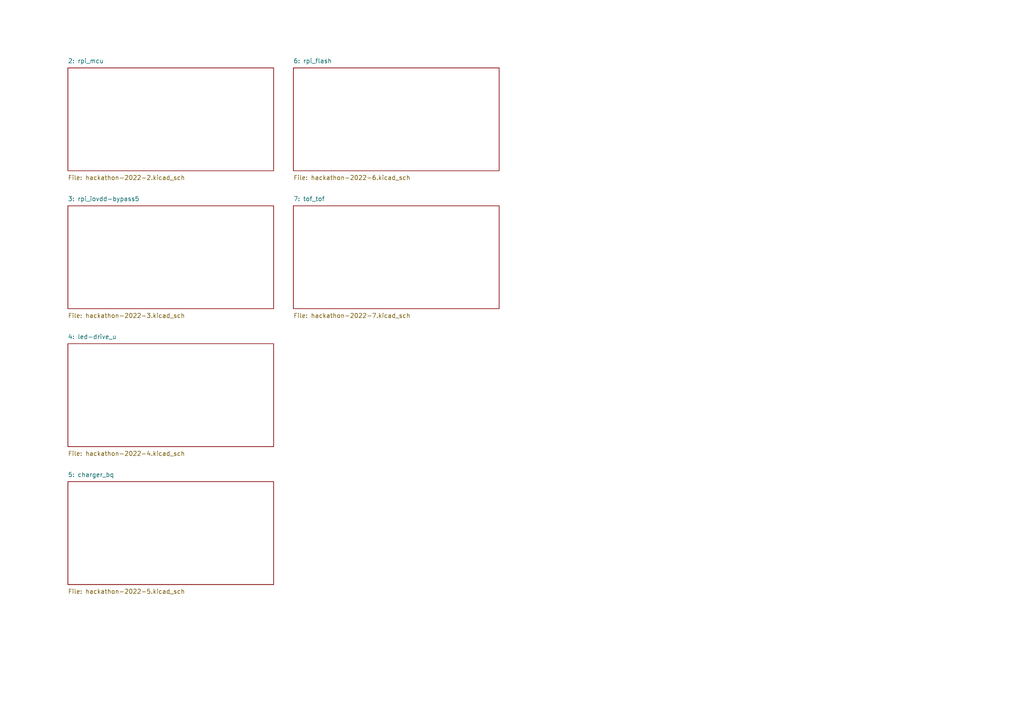
<source format=kicad_sch>
(kicad_sch (version 20230121) (generator eeschema)
  (paper "A4")
  (lib_symbols
    (symbol ""
      (property "Reference" "U" (at 2.54 1.27 0))
      (symbol "_1_0"
        (text "" (at 0 0 0) (effects (font (size 0 0))))
        (text "" (at 0 0 0) (effects (font (size 0 0))))
        (pin unspecified line (at 0 2.54 270) (length 0) (name "A") (number "~"))
        (pin unspecified line (at 0 -2.54 90) (length 0) (name "K") (number "~"))
      )
    )
    (symbol "ALTIUM_POWER_ARROW"
      (property "Value" "ALTIUM_POWER_ARROW" (at 6.35 -1.27 0))
      (symbol "ALTIUM_POWER_ARROW_1_0"
        (pin unspecified line (at 0 0 0) (length 0) (name "0") (number "~"))
      )
    )
    (symbol "ALTIUM_POWER_GND_POWER"
      (property "Value" "ALTIUM_POWER_GND_POWER" (at 6.35 -2.54 0))
      (symbol "ALTIUM_POWER_GND_POWER_1_0"
        (pin unspecified line (at 0 0 0) (length 0) (name "0") (number "~"))
      )
    )
    (symbol "AO6409"
      (property "Reference" "U" (at 0 5.54 0))
      (property "Value" "AO6409" (at 0 4.54 0))
      (symbol "AO6409_1_0"
        (pin unspecified line (at -7.62 2.54 0) (length 2.54) (name "D0") (number "~"))
        (pin unspecified line (at -7.62 0 0) (length 2.54) (name "D1") (number "~"))
        (pin unspecified line (at 7.62 0 180) (length 2.54) (name "D2") (number "~"))
        (pin unspecified line (at 7.62 2.54 180) (length 2.54) (name "D3") (number "~"))
        (pin unspecified line (at -7.62 -2.54 0) (length 2.54) (name "G") (number "~"))
        (pin unspecified line (at 7.62 -2.54 180) (length 2.54) (name "S") (number "~"))
      )
    )
    (symbol "AP2125K_2_8TRG1"
      (property "Reference" "U" (at 0 5.54 0))
      (property "Value" "AP2125K_2_8TRG1" (at 0 4.54 0))
      (symbol "AP2125K_2_8TRG1_1_0"
        (pin unspecified line (at -10.16 -2.54 0) (length 2.54) (name "CE") (number "~"))
        (pin unspecified line (at -10.16 0 0) (length 2.54) (name "GND") (number "~"))
        (pin unspecified line (at 10.16 -2.54 180) (length 2.54) (name "NC") (number "~"))
        (pin unspecified line (at -10.16 2.54 0) (length 2.54) (name "VIN") (number "~"))
        (pin unspecified line (at 10.16 2.54 180) (length 2.54) (name "VOUT") (number "~"))
      )
    )
    (symbol "BQ24078RGTR"
      (property "Reference" "U" (at 0 13.16 0))
      (property "Value" "BQ24078RGTR" (at 0 12.16 0))
      (symbol "BQ24078RGTR_1_0"
        (pin unspecified line (at -13.97 5.08 0) (length 2.54) (name "BAT0") (number "~"))
        (pin unspecified line (at -13.97 2.54 0) (length 2.54) (name "BAT1") (number "~"))
        (pin unspecified line (at -13.97 0 0) (length 2.54) (name "CE_NOT") (number "~"))
        (pin unspecified line (at 13.97 -10.16 180) (length 2.54) (name "CHG_NOT") (number "~"))
        (pin unspecified line (at -13.97 -5.08 0) (length 2.54) (name "EN1") (number "~"))
        (pin unspecified line (at -13.97 -2.54 0) (length 2.54) (name "EN2") (number "~"))
        (pin unspecified line (at 13.97 10.16 180) (length 2.54) (name "EP") (number "~"))
        (pin unspecified line (at 13.97 -2.54 180) (length 2.54) (name "ILIM") (number "~"))
        (pin unspecified line (at 13.97 0 180) (length 2.54) (name "IN") (number "~"))
        (pin unspecified line (at 13.97 7.62 180) (length 2.54) (name "ISET") (number "~"))
        (pin unspecified line (at 13.97 -7.62 180) (length 2.54) (name "OUT0") (number "~"))
        (pin unspecified line (at 13.97 -5.08 180) (length 2.54) (name "OUT1") (number "~"))
        (pin unspecified line (at -13.97 -7.62 0) (length 2.54) (name "PGOOD_NOT") (number "~"))
        (pin unspecified line (at 13.97 5.08 180) (length 2.54) (name "SYSOFF") (number "~"))
        (pin unspecified line (at 13.97 2.54 180) (length 2.54) (name "TMR") (number "~"))
        (pin unspecified line (at -13.97 7.62 0) (length 2.54) (name "TS") (number "~"))
        (pin unspecified line (at -13.97 -10.16 0) (length 2.54) (name "VSS") (number "~"))
      )
    )
    (symbol "BSN20"
      (property "Reference" "U" (at 0 5.54 0))
      (property "Value" "BSN20" (at 0 4.54 0))
      (symbol "BSN20_1_0"
        (pin unspecified line (at 2.54 5.08 270) (length 2.54) (name "D") (number "~"))
        (pin unspecified line (at -5.08 0 0) (length 2.54) (name "G") (number "~"))
        (pin unspecified line (at 2.54 -5.08 90) (length 2.54) (name "S") (number "~"))
      )
    )
    (symbol "BSS138_C713688"
      (property "Reference" "U" (at 0 5.54 0))
      (property "Value" "BSS138_C713688" (at 0 4.54 0))
      (symbol "BSS138_C713688_1_0"
        (pin unspecified line (at 0 5.08 270) (length 2.54) (name "D") (number "~"))
        (pin unspecified line (at -7.62 0 0) (length 2.54) (name "G") (number "~"))
        (pin unspecified line (at 0 -5.08 90) (length 2.54) (name "S") (number "~"))
      )
    )
    (symbol "C111117"
      (property "Reference" "X" (at 0 3 0))
      (property "Value" "C111117" (at 0 2 0))
      (symbol "C111117_1_0"
        (pin unspecified line (at -5.08 0 0) (length 2.54) (name "1") (number "1"))
        (pin unspecified line (at 5.08 0 180) (length 2.54) (name "2") (number "2"))
      )
    )
    (symbol "C112137"
      (property "Reference" "U" (at 0 6.81 0))
      (property "Value" "C112137" (at 0 5.81 0))
      (symbol "C112137_1_0"
        (pin unspecified line (at -10.16 3.81 0) (length 2.54) (name "SD_NOT") (number "1"))
        (pin unspecified line (at -10.16 1.27 0) (length 2.54) (name "NC") (number "2"))
        (pin unspecified line (at -10.16 -1.27 0) (length 2.54) (name "IN+") (number "3"))
        (pin unspecified line (at -10.16 -3.81 0) (length 2.54) (name "IN-") (number "4"))
        (pin unspecified line (at 10.16 -3.81 180) (length 2.54) (name "VO+") (number "5"))
        (pin unspecified line (at 10.16 -1.27 180) (length 2.54) (name "VDD") (number "6"))
        (pin unspecified line (at 10.16 1.27 180) (length 2.54) (name "GND") (number "7"))
        (pin unspecified line (at 10.16 3.81 180) (length 2.54) (name "VO-") (number "8"))
      )
    )
    (symbol "C115833"
      (property "Reference" "Q" (at 0 5.54 0))
      (property "Value" "C115833" (at 0 4.54 0))
      (symbol "C115833_1_0"
        (pin unspecified line (at -7.62 2.54 0) (length 2.54) (name "D0") (number "1"))
        (pin unspecified line (at -7.62 0 0) (length 2.54) (name "D1") (number "2"))
        (pin unspecified line (at -7.62 -2.54 0) (length 2.54) (name "G") (number "3"))
        (pin unspecified line (at 7.62 -2.54 180) (length 2.54) (name "S") (number "4"))
        (pin unspecified line (at 7.62 0 180) (length 2.54) (name "D2") (number "5"))
        (pin unspecified line (at 7.62 2.54 180) (length 2.54) (name "D3") (number "6"))
      )
    )
    (symbol "C116157"
      (property "Reference" "Q" (at 0 5.54 0))
      (property "Value" "C116157" (at 0 4.54 0))
      (symbol "C116157_1_0"
        (pin unspecified line (at -5.08 0 0) (length 2.54) (name "G") (number "1"))
        (pin unspecified line (at 2.54 -5.08 90) (length 2.54) (name "S") (number "2"))
        (pin unspecified line (at 2.54 5.08 270) (length 2.54) (name "D") (number "3"))
      )
    )
    (symbol "C176952"
      (property "Reference" "U" (at 0 5.54 0))
      (property "Value" "C176952" (at 0 4.54 0))
      (symbol "C176952_1_0"
        (pin unspecified line (at -10.16 2.54 0) (length 2.54) (name "VIN") (number "1"))
        (pin unspecified line (at -10.16 0 0) (length 2.54) (name "GND") (number "2"))
        (pin unspecified line (at -10.16 -2.54 0) (length 2.54) (name "CE") (number "3"))
        (pin unspecified line (at 10.16 -2.54 180) (length 2.54) (name "NC") (number "4"))
        (pin unspecified line (at 10.16 2.54 180) (length 2.54) (name "VOUT") (number "5"))
      )
    )
    (symbol "C18536"
      (property "Reference" "Q" (at 0 5.54 0))
      (property "Value" "C18536" (at 0 4.54 0))
      (symbol "C18536_1_0"
        (pin unspecified line (at 2.54 -5.08 90) (length 2.54) (name "E") (number "1"))
        (pin unspecified line (at -2.54 0 0) (length 2.54) (name "B") (number "2"))
        (pin unspecified line (at 2.54 5.08 270) (length 2.54) (name "C") (number "3"))
      )
    )
    (symbol "C221896"
      (property "Reference" "SW" (at 0 5.54 0))
      (property "Value" "C221896" (at 0 4.54 0))
      (symbol "C221896_1_0"
        (pin unspecified line (at -10.16 2.54 0) (length 5.08) (name "1") (number "1"))
        (pin unspecified line (at 10.16 2.54 180) (length 5.08) (name "2") (number "2"))
        (pin unspecified line (at -10.16 -2.54 0) (length 5.08) (name "3") (number "3"))
        (pin unspecified line (at 10.16 -2.54 180) (length 5.08) (name "4") (number "4"))
      )
    )
    (symbol "C221896_1"
      (property "Reference" "SW" (at 0 5.54 0))
      (property "Value" "C221896_1" (at 0 4.54 0))
      (symbol "C221896_1_1_0"
        (pin unspecified line (at -10.16 2.54 0) (length 5.08) (name "1") (number "1"))
        (pin unspecified line (at 10.16 2.54 180) (length 5.08) (name "2") (number "2"))
        (pin unspecified line (at -10.16 -2.54 0) (length 5.08) (name "3") (number "3"))
        (pin unspecified line (at 10.16 -2.54 180) (length 5.08) (name "4") (number "4"))
      )
    )
    (symbol "C221896_2"
      (property "Reference" "SW" (at 0 5.54 0))
      (property "Value" "C221896_2" (at 0 4.54 0))
      (symbol "C221896_2_1_0"
        (pin unspecified line (at -10.16 2.54 0) (length 5.08) (name "1") (number "1"))
        (pin unspecified line (at 10.16 2.54 180) (length 5.08) (name "2") (number "2"))
        (pin unspecified line (at -10.16 -2.54 0) (length 5.08) (name "3") (number "3"))
        (pin unspecified line (at 10.16 -2.54 180) (length 5.08) (name "4") (number "4"))
      )
    )
    (symbol "C221896_3"
      (property "Reference" "SW" (at 0 5.54 0))
      (property "Value" "C221896_3" (at 0 4.54 0))
      (symbol "C221896_3_1_0"
        (pin unspecified line (at -10.16 2.54 0) (length 5.08) (name "1") (number "1"))
        (pin unspecified line (at 10.16 2.54 180) (length 5.08) (name "2") (number "2"))
        (pin unspecified line (at -10.16 -2.54 0) (length 5.08) (name "3") (number "3"))
        (pin unspecified line (at 10.16 -2.54 180) (length 5.08) (name "4") (number "4"))
      )
    )
    (symbol "C221896_4"
      (property "Reference" "SW" (at 0 5.54 0))
      (property "Value" "C221896_4" (at 0 4.54 0))
      (symbol "C221896_4_1_0"
        (pin unspecified line (at -10.16 2.54 0) (length 5.08) (name "1") (number "1"))
        (pin unspecified line (at 10.16 2.54 180) (length 5.08) (name "2") (number "2"))
        (pin unspecified line (at -10.16 -2.54 0) (length 5.08) (name "3") (number "3"))
        (pin unspecified line (at 10.16 -2.54 180) (length 5.08) (name "4") (number "4"))
      )
    )
    (symbol "C221896_5"
      (property "Reference" "SW" (at 0 5.54 0))
      (property "Value" "C221896_5" (at 0 4.54 0))
      (symbol "C221896_5_1_0"
        (pin unspecified line (at -10.16 2.54 0) (length 5.08) (name "1") (number "1"))
        (pin unspecified line (at 10.16 2.54 180) (length 5.08) (name "2") (number "2"))
        (pin unspecified line (at -10.16 -2.54 0) (length 5.08) (name "3") (number "3"))
        (pin unspecified line (at 10.16 -2.54 180) (length 5.08) (name "4") (number "4"))
      )
    )
    (symbol "C221896_6"
      (property "Reference" "SW" (at 0 5.54 0))
      (property "Value" "C221896_6" (at 0 4.54 0))
      (symbol "C221896_6_1_0"
        (pin unspecified line (at -10.16 2.54 0) (length 5.08) (name "1") (number "1"))
        (pin unspecified line (at 10.16 2.54 180) (length 5.08) (name "2") (number "2"))
        (pin unspecified line (at -10.16 -2.54 0) (length 5.08) (name "3") (number "3"))
        (pin unspecified line (at 10.16 -2.54 180) (length 5.08) (name "4") (number "4"))
      )
    )
    (symbol "C221896_7"
      (property "Reference" "SW" (at 0 5.54 0))
      (property "Value" "C221896_7" (at 0 4.54 0))
      (symbol "C221896_7_1_0"
        (pin unspecified line (at -10.16 2.54 0) (length 5.08) (name "1") (number "1"))
        (pin unspecified line (at 10.16 2.54 180) (length 5.08) (name "2") (number "2"))
        (pin unspecified line (at -10.16 -2.54 0) (length 5.08) (name "3") (number "3"))
        (pin unspecified line (at 10.16 -2.54 180) (length 5.08) (name "4") (number "4"))
      )
    )
    (symbol "C221896_8"
      (property "Reference" "SW" (at 0 5.54 0))
      (property "Value" "C221896_8" (at 0 4.54 0))
      (symbol "C221896_8_1_0"
        (pin unspecified line (at -10.16 2.54 0) (length 5.08) (name "1") (number "1"))
        (pin unspecified line (at 10.16 2.54 180) (length 5.08) (name "2") (number "2"))
        (pin unspecified line (at -10.16 -2.54 0) (length 5.08) (name "3") (number "3"))
        (pin unspecified line (at 10.16 -2.54 180) (length 5.08) (name "4") (number "4"))
      )
    )
    (symbol "C221896_9"
      (property "Reference" "SW" (at 0 5.54 0))
      (property "Value" "C221896_9" (at 0 4.54 0))
      (symbol "C221896_9_1_0"
        (pin unspecified line (at -10.16 2.54 0) (length 5.08) (name "1") (number "1"))
        (pin unspecified line (at 10.16 2.54 180) (length 5.08) (name "2") (number "2"))
        (pin unspecified line (at -10.16 -2.54 0) (length 5.08) (name "3") (number "3"))
        (pin unspecified line (at 10.16 -2.54 180) (length 5.08) (name "4") (number "4"))
      )
    )
    (symbol "C2290"
      (property "Reference" "LED" (at 2.54 1.27 0))
      (property "Value" "C2290" (at 2.54 -1.27 0))
      (symbol "C2290_1_0"
        (text "" (at 0 0 0) (effects (font (size 0 0))))
        (text "" (at 0 0 0) (effects (font (size 0 0))))
        (pin unspecified line (at 0 2.54 270) (length 0) (name "A") (number "1"))
        (pin unspecified line (at 0 -2.54 90) (length 0) (name "K") (number "2"))
      )
    )
    (symbol "C2874119"
      (property "Reference" "LED" (at 0 8.08 0))
      (property "Value" "C2874119" (at 0 7.08 0))
      (symbol "C2874119_1_0"
        (pin unspecified line (at 5.08 0 180) (length 2.54) (name "1") (number "1"))
        (pin unspecified line (at -7.62 -5.08 0) (length 2.54) (name "B") (number "2"))
        (pin unspecified line (at -7.62 5.08 0) (length 2.54) (name "G") (number "3"))
        (pin unspecified line (at -7.62 0 0) (length 2.54) (name "R") (number "4"))
      )
    )
    (symbol "C2921483"
      (property "Reference" "U" (at 0 6.81 0))
      (property "Value" "C2921483" (at 0 5.81 0))
      (symbol "C2921483_1_0"
        (pin unspecified line (at -16.51 3.81 0) (length 2.54) (name "NOT_CS") (number "1"))
        (pin unspecified line (at -16.51 1.27 0) (length 2.54) (name "DO_IO1") (number "2"))
        (pin unspecified line (at -16.51 -1.27 0) (length 2.54) (name "IO2") (number "3"))
        (pin unspecified line (at -16.51 -3.81 0) (length 2.54) (name "GND") (number "4"))
        (pin unspecified line (at 16.51 -3.81 180) (length 2.54) (name "DI_IO0") (number "5"))
        (pin unspecified line (at 16.51 -1.27 180) (length 2.54) (name "CLK") (number "6"))
        (pin unspecified line (at 16.51 1.27 180) (length 2.54) (name "IO") (number "7"))
        (pin unspecified line (at 16.51 3.81 180) (length 2.54) (name "VCC") (number "8"))
      )
    )
    (symbol "C294620"
      (property "Reference" "D" (at 0 8.08 0))
      (property "Value" "C294620" (at 0 7.08 0))
      (symbol "C294620_1_0"
        (pin unspecified line (at -10.16 5.08 0) (length 2.54) (name "CH1") (number "1"))
        (pin unspecified line (at 10.16 5.08 180) (length 2.54) (name "nc3") (number "10"))
        (pin unspecified line (at -10.16 2.54 0) (length 2.54) (name "CH2") (number "2"))
        (pin unspecified line (at -10.16 0 0) (length 2.54) (name "GND0") (number "3"))
        (pin unspecified line (at -10.16 -2.54 0) (length 2.54) (name "CH3") (number "4"))
        (pin unspecified line (at -10.16 -5.08 0) (length 2.54) (name "CH4") (number "5"))
        (pin unspecified line (at 10.16 -5.08 180) (length 2.54) (name "nc0") (number "6"))
        (pin unspecified line (at 10.16 -2.54 180) (length 2.54) (name "nc1") (number "7"))
        (pin unspecified line (at 10.16 0 180) (length 2.54) (name "GND1") (number "8"))
        (pin unspecified line (at 10.16 2.54 180) (length 2.54) (name "nc2") (number "9"))
      )
    )
    (symbol "C470291"
      (property "Reference" "R" (at 0 5.54 0))
      (property "Value" "C470291" (at 0 4.54 0))
      (symbol "C470291_1_0"
        (pin unspecified line (at 5.08 0 180) (length 2.54) (name "1") (number "1"))
        (pin unspecified line (at 0 5.08 270) (length 2.54) (name "2") (number "2"))
        (pin unspecified line (at -5.08 0 0) (length 2.54) (name "3") (number "3"))
        (pin unspecified line (at 5.08 -3.81 180) (length 2.54) (name "4") (number "4"))
        (pin unspecified line (at 5.08 -5.08 180) (length 2.54) (name "5") (number "5"))
      )
    )
    (symbol "C470291_1"
      (property "Reference" "R" (at 0 5.54 0))
      (property "Value" "C470291_1" (at 0 4.54 0))
      (symbol "C470291_1_1_0"
        (pin unspecified line (at 5.08 0 180) (length 2.54) (name "1") (number "1"))
        (pin unspecified line (at 0 5.08 270) (length 2.54) (name "2") (number "2"))
        (pin unspecified line (at -5.08 0 0) (length 2.54) (name "3") (number "3"))
        (pin unspecified line (at 5.08 -3.81 180) (length 2.54) (name "4") (number "4"))
        (pin unspecified line (at 5.08 -5.08 180) (length 2.54) (name "5") (number "5"))
      )
    )
    (symbol "C473396"
      (property "Reference" "U" (at 0 13.16 0))
      (property "Value" "C473396" (at 0 12.16 0))
      (symbol "C473396_1_0"
        (pin unspecified line (at -13.97 7.62 0) (length 2.54) (name "TS") (number "1"))
        (pin unspecified line (at 13.97 -7.62 180) (length 2.54) (name "OUT0") (number "10"))
        (pin unspecified line (at 13.97 -5.08 180) (length 2.54) (name "OUT1") (number "11"))
        (pin unspecified line (at 13.97 -2.54 180) (length 2.54) (name "ILIM") (number "12"))
        (pin unspecified line (at 13.97 0 180) (length 2.54) (name "IN") (number "13"))
        (pin unspecified line (at 13.97 2.54 180) (length 2.54) (name "TMR") (number "14"))
        (pin unspecified line (at 13.97 5.08 180) (length 2.54) (name "SYSOFF") (number "15"))
        (pin unspecified line (at 13.97 7.62 180) (length 2.54) (name "ISET") (number "16"))
        (pin unspecified line (at 13.97 10.16 180) (length 2.54) (name "EP") (number "17"))
        (pin unspecified line (at -13.97 5.08 0) (length 2.54) (name "BAT0") (number "2"))
        (pin unspecified line (at -13.97 2.54 0) (length 2.54) (name "BAT1") (number "3"))
        (pin unspecified line (at -13.97 0 0) (length 2.54) (name "CE_NOT") (number "4"))
        (pin unspecified line (at -13.97 -2.54 0) (length 2.54) (name "EN2") (number "5"))
        (pin unspecified line (at -13.97 -5.08 0) (length 2.54) (name "EN1") (number "6"))
        (pin unspecified line (at -13.97 -7.62 0) (length 2.54) (name "PGOOD_NOT") (number "7"))
        (pin unspecified line (at -13.97 -10.16 0) (length 2.54) (name "VSS") (number "8"))
        (pin unspecified line (at 13.97 -10.16 180) (length 2.54) (name "CHG_NOT") (number "9"))
      )
    )
    (symbol "C47647"
      (property "Reference" "CN" (at 0 6.81 0))
      (property "Value" "C47647" (at 0 5.81 0))
      (symbol "C47647_1_0"
        (pin unspecified line (at -3.81 1.27 0) (length 2.54) (name "1") (number "1"))
        (pin unspecified line (at -3.81 -1.27 0) (length 2.54) (name "2") (number "2"))
        (pin unspecified line (at 2.54 -6.35 90) (length 2.54) (name "3") (number "3"))
        (pin unspecified line (at 2.54 6.35 270) (length 2.54) (name "4") (number "4"))
      )
    )
    (symbol "C530613"
      (property "Reference" "USB" (at 0 16.97 0))
      (property "Value" "C530613" (at 0 15.97 0))
      (symbol "C530613_1_0"
        (pin unspecified line (at -11.43 13.97 0) (length 2.54) (name "GND0") (number "1"))
        (pin unspecified line (at -11.43 -8.89 0) (length 2.54) (name "VBUS1") (number "10"))
        (pin unspecified line (at -11.43 -11.43 0) (length 2.54) (name "SBU1") (number "11"))
        (pin unspecified line (at -11.43 -13.97 0) (length 2.54) (name "GND1") (number "12"))
        (pin unspecified line (at 10.16 -3.81 180) (length 2.54) (name "SHELL0") (number "13"))
        (pin unspecified line (at 10.16 -1.27 180) (length 2.54) (name "SHELL1") (number "14"))
        (pin unspecified line (at 10.16 1.27 180) (length 2.54) (name "SHELL2") (number "15"))
        (pin unspecified line (at 10.16 3.81 180) (length 2.54) (name "SHELL3") (number "16"))
        (pin unspecified line (at -11.43 11.43 0) (length 2.54) (name "CC1") (number "2"))
        (pin unspecified line (at -11.43 8.89 0) (length 2.54) (name "VBUS0") (number "3"))
        (pin unspecified line (at -11.43 6.35 0) (length 2.54) (name "D+0") (number "4"))
        (pin unspecified line (at -11.43 3.81 0) (length 2.54) (name "SBU2") (number "5"))
        (pin unspecified line (at -11.43 1.27 0) (length 2.54) (name "D-0") (number "6"))
        (pin unspecified line (at -11.43 -1.27 0) (length 2.54) (name "D+1") (number "7"))
        (pin unspecified line (at -11.43 -3.81 0) (length 2.54) (name "CC2") (number "8"))
        (pin unspecified line (at -11.43 -6.35 0) (length 2.54) (name "D-1") (number "9"))
      )
    )
    (symbol "C713688"
      (property "Reference" "Q" (at 0 5.54 0))
      (property "Value" "C713688" (at 0 4.54 0))
      (symbol "C713688_1_0"
        (pin unspecified line (at -7.62 0 0) (length 2.54) (name "G") (number "1"))
        (pin unspecified line (at 0 -5.08 90) (length 2.54) (name "S") (number "2"))
        (pin unspecified line (at 0 5.08 270) (length 2.54) (name "D") (number "3"))
      )
    )
    (symbol "C778186"
      (property "Reference" "SW" (at 0 3 0))
      (property "Value" "C778186" (at 0 2 0))
      (symbol "C778186_1_0"
        (text "A" (at -3.048 2.54 0) (effects (font (size 1 1)) (justify left)))
        (text "B" (at 2.032 3.556 0) (effects (font (size 1 1)) (justify left)))
        (pin unspecified line (at -5.08 -5.08 90) (length 4.318) (name "1") (number "1"))
        (pin unspecified line (at 0 -5.08 90) (length 4.318) (name "2") (number "2"))
        (pin unspecified line (at 5.08 -5.08 90) (length 4.318) (name "3") (number "3"))
        (pin unspecified line (at 7.62 -5.08 90) (length 5.08) (name "4") (number "4"))
        (pin unspecified line (at 10.16 -5.08 90) (length 5.08) (name "5") (number "5"))
        (pin unspecified line (at -7.62 -5.08 90) (length 5.08) (name "6") (number "6"))
        (pin unspecified line (at -10.16 -5.08 90) (length 5.08) (name "7") (number "7"))
      )
    )
    (symbol "C81598"
      (property "Reference" "D" (at 2.54 1.27 0))
      (property "Value" "C81598" (at 2.54 -1.27 0))
      (symbol "C81598_1_0"
        (text "" (at 0 0 0) (effects (font (size 0 0))))
        (text "" (at 0 0 0) (effects (font (size 0 0))))
        (pin unspecified line (at 0 -2.54 90) (length 0) (name "K") (number "1"))
        (pin unspecified line (at 0 2.54 270) (length 0) (name "A") (number "2"))
      )
    )
    (symbol "C81598_1"
      (property "Reference" "D" (at 2.54 1.27 0))
      (property "Value" "C81598_1" (at 2.54 -1.27 0))
      (symbol "C81598_1_1_0"
        (text "" (at 0 0 0) (effects (font (size 0 0))))
        (text "" (at 0 0 0) (effects (font (size 0 0))))
        (pin unspecified line (at 0 -2.54 90) (length 0) (name "K") (number "1"))
        (pin unspecified line (at 0 2.54 270) (length 0) (name "A") (number "2"))
      )
    )
    (symbol "C81598_2"
      (property "Reference" "D" (at 2.54 1.27 0))
      (property "Value" "C81598_2" (at 2.54 -1.27 0))
      (symbol "C81598_2_1_0"
        (text "" (at 0 0 0) (effects (font (size 0 0))))
        (text "" (at 0 0 0) (effects (font (size 0 0))))
        (pin unspecified line (at 0 -2.54 90) (length 0) (name "K") (number "1"))
        (pin unspecified line (at 0 2.54 270) (length 0) (name "A") (number "2"))
      )
    )
    (symbol "C81598_3"
      (property "Reference" "D" (at 2.54 1.27 0))
      (property "Value" "C81598_3" (at 2.54 -1.27 0))
      (symbol "C81598_3_1_0"
        (text "" (at 0 0 0) (effects (font (size 0 0))))
        (text "" (at 0 0 0) (effects (font (size 0 0))))
        (pin unspecified line (at 0 -2.54 90) (length 0) (name "K") (number "1"))
        (pin unspecified line (at 0 2.54 270) (length 0) (name "A") (number "2"))
      )
    )
    (symbol "C81598_4"
      (property "Reference" "D" (at 2.54 1.27 0))
      (property "Value" "C81598_4" (at 2.54 -1.27 0))
      (symbol "C81598_4_1_0"
        (text "" (at 0 0 0) (effects (font (size 0 0))))
        (text "" (at 0 0 0) (effects (font (size 0 0))))
        (pin unspecified line (at 0 -2.54 90) (length 0) (name "K") (number "1"))
        (pin unspecified line (at 0 2.54 270) (length 0) (name "A") (number "2"))
      )
    )
    (symbol "C81598_5"
      (property "Reference" "D" (at 2.54 1.27 0))
      (property "Value" "C81598_5" (at 2.54 -1.27 0))
      (symbol "C81598_5_1_0"
        (text "" (at 0 0 0) (effects (font (size 0 0))))
        (text "" (at 0 0 0) (effects (font (size 0 0))))
        (pin unspecified line (at 0 -2.54 90) (length 0) (name "K") (number "1"))
        (pin unspecified line (at 0 2.54 270) (length 0) (name "A") (number "2"))
      )
    )
    (symbol "C81598_6"
      (property "Reference" "D" (at 2.54 1.27 0))
      (property "Value" "C81598_6" (at 2.54 -1.27 0))
      (symbol "C81598_6_1_0"
        (text "" (at 0 0 0) (effects (font (size 0 0))))
        (text "" (at 0 0 0) (effects (font (size 0 0))))
        (pin unspecified line (at 0 -2.54 90) (length 0) (name "K") (number "1"))
        (pin unspecified line (at 0 2.54 270) (length 0) (name "A") (number "2"))
      )
    )
    (symbol "C81598_7"
      (property "Reference" "D" (at 2.54 1.27 0))
      (property "Value" "C81598_7" (at 2.54 -1.27 0))
      (symbol "C81598_7_1_0"
        (text "" (at 0 0 0) (effects (font (size 0 0))))
        (text "" (at 0 0 0) (effects (font (size 0 0))))
        (pin unspecified line (at 0 -2.54 90) (length 0) (name "K") (number "1"))
        (pin unspecified line (at 0 2.54 270) (length 0) (name "A") (number "2"))
      )
    )
    (symbol "C91199"
      (property "Reference" "U" (at 0 9.35 0))
      (property "Value" "C91199" (at 0 8.35 0))
      (symbol "C91199_1_0"
        (pin unspecified line (at -12.7 6.35 0) (length 2.54) (name "VDD") (number "1"))
        (pin unspecified line (at 12.7 1.27 180) (length 2.54) (name "SCL") (number "10"))
        (pin unspecified line (at 12.7 3.81 180) (length 2.54) (name "AVDD") (number "11"))
        (pin unspecified line (at 12.7 6.35 180) (length 2.54) (name "GND4") (number "12"))
        (pin unspecified line (at -12.7 3.81 0) (length 2.54) (name "VSS") (number "2"))
        (pin unspecified line (at -12.7 1.27 0) (length 2.54) (name "GND") (number "3"))
        (pin unspecified line (at -12.7 -1.27 0) (length 2.54) (name "GND2") (number "4"))
        (pin unspecified line (at -12.7 -3.81 0) (length 2.54) (name "SHT") (number "5"))
        (pin unspecified line (at -12.7 -6.35 0) (length 2.54) (name "GND3") (number "6"))
        (pin unspecified line (at 12.7 -6.35 180) (length 2.54) (name "GP1") (number "7"))
        (pin unspecified line (at 12.7 -3.81 180) (length 2.54) (name "DNC") (number "8"))
        (pin unspecified line (at 12.7 -1.27 180) (length 2.54) (name "SDA") (number "9"))
      )
    )
    (symbol "C965561"
      (property "Reference" "LED" (at 0 5.54 0))
      (property "Value" "C965561" (at 0 4.54 0))
      (symbol "C965561_1_0"
        (pin unspecified line (at -8.89 2.54 0) (length 2.54) (name "BI") (number "1"))
        (pin unspecified line (at -8.89 0 0) (length 2.54) (name "DI") (number "2"))
        (pin unspecified line (at -8.89 -2.54 0) (length 2.54) (name "VDD") (number "3"))
        (pin unspecified line (at 8.89 -2.54 180) (length 2.54) (name "DO") (number "4"))
        (pin unspecified line (at 8.89 0 180) (length 2.54) (name "BO") (number "5"))
        (pin unspecified line (at 8.89 2.54 180) (length 2.54) (name "GND") (number "6"))
      )
    )
    (symbol "GND" (power)
      (property "Reference" "#PWR" (at 35 60 0))
      (property "Value" "GND" (at -2.54 -2.54 0))
      (symbol "GND_1_0"
        (pin power_in line (at 0 0 270) (length 0) (name "GND") (number "~"))
      )
    )
    (symbol "Generic_green_LED_0603"
      (property "Reference" "D" (at 2.54 1.27 0))
      (property "Value" "Generic_green_LED_0603" (at 2.54 -1.27 0))
      (symbol "Generic_green_LED_0603_1_0"
        (pin unspecified line (at 0 2.54 270) (length 0) (name "a") (number "a"))
        (pin unspecified line (at 0 -2.54 90) (length 0) (name "c") (number "c"))
      )
    )
    (symbol "Generic_red_LED_0603"
      (property "Reference" "D" (at 2.54 1.27 0))
      (property "Value" "Generic_red_LED_0603" (at 2.54 -1.27 0))
      (symbol "Generic_red_LED_0603_1_0"
        (pin unspecified line (at 0 2.54 270) (length 0) (name "a") (number "a"))
        (pin unspecified line (at 0 -2.54 90) (length 0) (name "c") (number "c"))
      )
    )
    (symbol "HC_49SM12MHz20pF30ppm"
      (property "Reference" "U" (at 0 3 0))
      (property "Value" "HC_49SM12MHz20pF30ppm" (at 0 2 0))
      (symbol "HC_49SM12MHz20pF30ppm_1_0"
        (pin unspecified line (at -5.08 0 0) (length 2.54) (name "1") (number "~"))
        (pin unspecified line (at 5.08 0 180) (length 2.54) (name "2") (number "~"))
      )
    )
    (symbol "MK_12C02_G025"
      (property "Reference" "U" (at 0 3 0))
      (property "Value" "MK_12C02_G025" (at 0 2 0))
      (symbol "MK_12C02_G025_1_0"
        (text "A" (at -3.048 2.54 0) (effects (font (size 1 1)) (justify left)))
        (text "B" (at 2.032 3.556 0) (effects (font (size 1 1)) (justify left)))
        (pin unspecified line (at -5.08 -5.08 90) (length 4.318) (name "1") (number "~"))
        (pin unspecified line (at 0 -5.08 90) (length 4.318) (name "2") (number "~"))
        (pin unspecified line (at 5.08 -5.08 90) (length 4.318) (name "3") (number "~"))
        (pin unspecified line (at 7.62 -5.08 90) (length 5.08) (name "4") (number "~"))
        (pin unspecified line (at 10.16 -5.08 90) (length 5.08) (name "5") (number "~"))
        (pin unspecified line (at -7.62 -5.08 90) (length 5.08) (name "6") (number "~"))
        (pin unspecified line (at -10.16 -5.08 90) (length 5.08) (name "7") (number "~"))
      )
    )
    (symbol "NH_Z1921RGBA_SF"
      (property "Reference" "U" (at 0 8.08 0))
      (property "Value" "NH_Z1921RGBA_SF" (at 0 7.08 0))
      (symbol "NH_Z1921RGBA_SF_1_0"
        (pin unspecified line (at 5.08 0 180) (length 2.54) (name "1") (number "~"))
        (pin unspecified line (at -7.62 -5.08 0) (length 2.54) (name "B") (number "~"))
        (pin unspecified line (at -7.62 5.08 0) (length 2.54) (name "G") (number "~"))
        (pin unspecified line (at -7.62 0 0) (length 2.54) (name "R") (number "~"))
      )
    )
    (symbol "P4V2" (power)
      (property "Reference" "#PWR" (at 35 60 0))
      (property "Value" "P4V2" (at -2.54 2.54 0))
      (symbol "P4V2_1_0"
        (pin power_in line (at 0 0 90) (length 0) (name "P4V2") (number "~"))
      )
    )
    (symbol "PAM8302AADCR"
      (property "Reference" "U" (at 0 6.81 0))
      (property "Value" "PAM8302AADCR" (at 0 5.81 0))
      (symbol "PAM8302AADCR_1_0"
        (pin unspecified line (at 10.16 1.27 180) (length 2.54) (name "GND") (number "~"))
        (pin unspecified line (at -10.16 -1.27 0) (length 2.54) (name "IN+") (number "~"))
        (pin unspecified line (at -10.16 -3.81 0) (length 2.54) (name "IN-") (number "~"))
        (pin unspecified line (at -10.16 1.27 0) (length 2.54) (name "NC") (number "~"))
        (pin unspecified line (at -10.16 3.81 0) (length 2.54) (name "SD_NOT") (number "~"))
        (pin unspecified line (at 10.16 -1.27 180) (length 2.54) (name "VDD") (number "~"))
        (pin unspecified line (at 10.16 -3.81 180) (length 2.54) (name "VO+") (number "~"))
        (pin unspecified line (at 10.16 3.81 180) (length 2.54) (name "VO-") (number "~"))
      )
    )
    (symbol "PH2_0_2PWB"
      (property "Reference" "U" (at 0 6.81 0))
      (property "Value" "PH2_0_2PWB" (at 0 5.81 0))
      (symbol "PH2_0_2PWB_1_0"
        (pin unspecified line (at -3.81 1.27 0) (length 2.54) (name "1") (number "~"))
        (pin unspecified line (at -3.81 -1.27 0) (length 2.54) (name "2") (number "~"))
        (pin unspecified line (at 2.54 -6.35 90) (length 2.54) (name "3") (number "~"))
        (pin unspecified line (at 2.54 6.35 270) (length 2.54) (name "4") (number "~"))
      )
    )
    (symbol "PTS810SJK250SMTRLFS"
      (property "Reference" "U" (at 0 5.54 0))
      (property "Value" "PTS810SJK250SMTRLFS" (at 0 4.54 0))
      (symbol "PTS810SJK250SMTRLFS_1_0"
        (pin unspecified line (at -10.16 2.54 0) (length 5.08) (name "1") (number "~"))
        (pin unspecified line (at 10.16 2.54 180) (length 5.08) (name "2") (number "~"))
        (pin unspecified line (at -10.16 -2.54 0) (length 5.08) (name "3") (number "~"))
        (pin unspecified line (at 10.16 -2.54 180) (length 5.08) (name "4") (number "~"))
      )
    )
    (symbol "PTS810SJK250SMTRLFS_1"
      (property "Reference" "U" (at 0 5.54 0))
      (property "Value" "PTS810SJK250SMTRLFS_1" (at 0 4.54 0))
      (symbol "PTS810SJK250SMTRLFS_1_1_0"
        (pin unspecified line (at -10.16 2.54 0) (length 5.08) (name "1") (number "~"))
        (pin unspecified line (at 10.16 2.54 180) (length 5.08) (name "2") (number "~"))
        (pin unspecified line (at -10.16 -2.54 0) (length 5.08) (name "3") (number "~"))
        (pin unspecified line (at 10.16 -2.54 180) (length 5.08) (name "4") (number "~"))
      )
    )
    (symbol "PTS810SJK250SMTRLFS_2"
      (property "Reference" "U" (at 0 5.54 0))
      (property "Value" "PTS810SJK250SMTRLFS_2" (at 0 4.54 0))
      (symbol "PTS810SJK250SMTRLFS_2_1_0"
        (pin unspecified line (at -10.16 2.54 0) (length 5.08) (name "1") (number "~"))
        (pin unspecified line (at 10.16 2.54 180) (length 5.08) (name "2") (number "~"))
        (pin unspecified line (at -10.16 -2.54 0) (length 5.08) (name "3") (number "~"))
        (pin unspecified line (at 10.16 -2.54 180) (length 5.08) (name "4") (number "~"))
      )
    )
    (symbol "PTS810SJK250SMTRLFS_3"
      (property "Reference" "U" (at 0 5.54 0))
      (property "Value" "PTS810SJK250SMTRLFS_3" (at 0 4.54 0))
      (symbol "PTS810SJK250SMTRLFS_3_1_0"
        (pin unspecified line (at -10.16 2.54 0) (length 5.08) (name "1") (number "~"))
        (pin unspecified line (at 10.16 2.54 180) (length 5.08) (name "2") (number "~"))
        (pin unspecified line (at -10.16 -2.54 0) (length 5.08) (name "3") (number "~"))
        (pin unspecified line (at 10.16 -2.54 180) (length 5.08) (name "4") (number "~"))
      )
    )
    (symbol "PTS810SJK250SMTRLFS_4"
      (property "Reference" "U" (at 0 5.54 0))
      (property "Value" "PTS810SJK250SMTRLFS_4" (at 0 4.54 0))
      (symbol "PTS810SJK250SMTRLFS_4_1_0"
        (pin unspecified line (at -10.16 2.54 0) (length 5.08) (name "1") (number "~"))
        (pin unspecified line (at 10.16 2.54 180) (length 5.08) (name "2") (number "~"))
        (pin unspecified line (at -10.16 -2.54 0) (length 5.08) (name "3") (number "~"))
        (pin unspecified line (at 10.16 -2.54 180) (length 5.08) (name "4") (number "~"))
      )
    )
    (symbol "PTS810SJK250SMTRLFS_5"
      (property "Reference" "U" (at 0 5.54 0))
      (property "Value" "PTS810SJK250SMTRLFS_5" (at 0 4.54 0))
      (symbol "PTS810SJK250SMTRLFS_5_1_0"
        (pin unspecified line (at -10.16 2.54 0) (length 5.08) (name "1") (number "~"))
        (pin unspecified line (at 10.16 2.54 180) (length 5.08) (name "2") (number "~"))
        (pin unspecified line (at -10.16 -2.54 0) (length 5.08) (name "3") (number "~"))
        (pin unspecified line (at 10.16 -2.54 180) (length 5.08) (name "4") (number "~"))
      )
    )
    (symbol "PTS810SJK250SMTRLFS_6"
      (property "Reference" "U" (at 0 5.54 0))
      (property "Value" "PTS810SJK250SMTRLFS_6" (at 0 4.54 0))
      (symbol "PTS810SJK250SMTRLFS_6_1_0"
        (pin unspecified line (at -10.16 2.54 0) (length 5.08) (name "1") (number "~"))
        (pin unspecified line (at 10.16 2.54 180) (length 5.08) (name "2") (number "~"))
        (pin unspecified line (at -10.16 -2.54 0) (length 5.08) (name "3") (number "~"))
        (pin unspecified line (at 10.16 -2.54 180) (length 5.08) (name "4") (number "~"))
      )
    )
    (symbol "PTS810SJK250SMTRLFS_7"
      (property "Reference" "U" (at 0 5.54 0))
      (property "Value" "PTS810SJK250SMTRLFS_7" (at 0 4.54 0))
      (symbol "PTS810SJK250SMTRLFS_7_1_0"
        (pin unspecified line (at -10.16 2.54 0) (length 5.08) (name "1") (number "~"))
        (pin unspecified line (at 10.16 2.54 180) (length 5.08) (name "2") (number "~"))
        (pin unspecified line (at -10.16 -2.54 0) (length 5.08) (name "3") (number "~"))
        (pin unspecified line (at 10.16 -2.54 180) (length 5.08) (name "4") (number "~"))
      )
    )
    (symbol "PTS810SJK250SMTRLFS_8"
      (property "Reference" "U" (at 0 5.54 0))
      (property "Value" "PTS810SJK250SMTRLFS_8" (at 0 4.54 0))
      (symbol "PTS810SJK250SMTRLFS_8_1_0"
        (pin unspecified line (at -10.16 2.54 0) (length 5.08) (name "1") (number "~"))
        (pin unspecified line (at 10.16 2.54 180) (length 5.08) (name "2") (number "~"))
        (pin unspecified line (at -10.16 -2.54 0) (length 5.08) (name "3") (number "~"))
        (pin unspecified line (at 10.16 -2.54 180) (length 5.08) (name "4") (number "~"))
      )
    )
    (symbol "PTS810SJK250SMTRLFS_9"
      (property "Reference" "U" (at 0 5.54 0))
      (property "Value" "PTS810SJK250SMTRLFS_9" (at 0 4.54 0))
      (symbol "PTS810SJK250SMTRLFS_9_1_0"
        (pin unspecified line (at -10.16 2.54 0) (length 5.08) (name "1") (number "~"))
        (pin unspecified line (at 10.16 2.54 180) (length 5.08) (name "2") (number "~"))
        (pin unspecified line (at -10.16 -2.54 0) (length 5.08) (name "3") (number "~"))
        (pin unspecified line (at 10.16 -2.54 180) (length 5.08) (name "4") (number "~"))
      )
    )
    (symbol "PUSB3FR4"
      (property "Reference" "U" (at 0 8.08 0))
      (property "Value" "PUSB3FR4" (at 0 7.08 0))
      (symbol "PUSB3FR4_1_0"
        (pin unspecified line (at -10.16 5.08 0) (length 2.54) (name "CH1") (number "~"))
        (pin unspecified line (at -10.16 2.54 0) (length 2.54) (name "CH2") (number "~"))
        (pin unspecified line (at -10.16 -2.54 0) (length 2.54) (name "CH3") (number "~"))
        (pin unspecified line (at -10.16 -5.08 0) (length 2.54) (name "CH4") (number "~"))
        (pin unspecified line (at -10.16 0 0) (length 2.54) (name "GND0") (number "~"))
        (pin unspecified line (at 10.16 0 180) (length 2.54) (name "GND1") (number "~"))
        (pin unspecified line (at 10.16 -5.08 180) (length 2.54) (name "nc0") (number "~"))
        (pin unspecified line (at 10.16 -2.54 180) (length 2.54) (name "nc1") (number "~"))
        (pin unspecified line (at 10.16 2.54 180) (length 2.54) (name "nc2") (number "~"))
        (pin unspecified line (at 10.16 5.08 180) (length 2.54) (name "nc3") (number "~"))
      )
    )
    (symbol "RK09K1130ACL"
      (property "Reference" "U" (at 0 5.54 0))
      (property "Value" "RK09K1130ACL" (at 0 4.54 0))
      (symbol "RK09K1130ACL_1_0"
        (pin unspecified line (at 5.08 0 180) (length 2.54) (name "1") (number "~"))
        (pin unspecified line (at 0 5.08 270) (length 2.54) (name "2") (number "~"))
        (pin unspecified line (at -5.08 0 0) (length 2.54) (name "3") (number "~"))
        (pin unspecified line (at 5.08 -3.81 180) (length 2.54) (name "4") (number "~"))
        (pin unspecified line (at 5.08 -5.08 180) (length 2.54) (name "5") (number "~"))
      )
    )
    (symbol "RK09K1130ACL_1"
      (property "Reference" "U" (at 0 5.54 0))
      (property "Value" "RK09K1130ACL_1" (at 0 4.54 0))
      (symbol "RK09K1130ACL_1_1_0"
        (pin unspecified line (at 5.08 0 180) (length 2.54) (name "1") (number "~"))
        (pin unspecified line (at 0 5.08 270) (length 2.54) (name "2") (number "~"))
        (pin unspecified line (at -5.08 0 0) (length 2.54) (name "3") (number "~"))
        (pin unspecified line (at 5.08 -3.81 180) (length 2.54) (name "4") (number "~"))
        (pin unspecified line (at 5.08 -5.08 180) (length 2.54) (name "5") (number "~"))
      )
    )
    (symbol "Sym2n3904S_RTK_PS_C18536"
      (property "Reference" "U" (at 0 5.54 0))
      (property "Value" "Sym2n3904S_RTK_PS_C18536" (at 0 4.54 0))
      (symbol "Sym2n3904S_RTK_PS_C18536_1_0"
        (pin unspecified line (at -2.54 0 0) (length 2.54) (name "B") (number "~"))
        (pin unspecified line (at 2.54 5.08 270) (length 2.54) (name "C") (number "~"))
        (pin unspecified line (at 2.54 -5.08 90) (length 2.54) (name "E") (number "~"))
      )
    )
    (symbol "Sym_1"
      (property "Reference" "U" (at 2.54 1.27 0))
      (property "Value" "Sym_1" (at 2.54 -1.27 0))
      (symbol "Sym_1_1_0"
        (text "" (at 0 0 0) (effects (font (size 0 0))))
        (text "" (at 0 0 0) (effects (font (size 0 0))))
        (pin unspecified line (at 0 2.54 270) (length 0) (name "A") (number "~"))
        (pin unspecified line (at 0 -2.54 90) (length 0) (name "K") (number "~"))
      )
    )
    (symbol "Sym_2"
      (property "Reference" "U" (at 2.54 1.27 0))
      (property "Value" "Sym_2" (at 2.54 -1.27 0))
      (symbol "Sym_2_1_0"
        (text "" (at 0 0 0) (effects (font (size 0 0))))
        (text "" (at 0 0 0) (effects (font (size 0 0))))
        (pin unspecified line (at 0 2.54 270) (length 0) (name "A") (number "~"))
        (pin unspecified line (at 0 -2.54 90) (length 0) (name "K") (number "~"))
      )
    )
    (symbol "Sym_3"
      (property "Reference" "U" (at 2.54 1.27 0))
      (property "Value" "Sym_3" (at 2.54 -1.27 0))
      (symbol "Sym_3_1_0"
        (text "" (at 0 0 0) (effects (font (size 0 0))))
        (text "" (at 0 0 0) (effects (font (size 0 0))))
        (pin unspecified line (at 0 2.54 270) (length 0) (name "A") (number "~"))
        (pin unspecified line (at 0 -2.54 90) (length 0) (name "K") (number "~"))
      )
    )
    (symbol "Sym_4"
      (property "Reference" "U" (at 2.54 1.27 0))
      (property "Value" "Sym_4" (at 2.54 -1.27 0))
      (symbol "Sym_4_1_0"
        (text "" (at 0 0 0) (effects (font (size 0 0))))
        (text "" (at 0 0 0) (effects (font (size 0 0))))
        (pin unspecified line (at 0 2.54 270) (length 0) (name "A") (number "~"))
        (pin unspecified line (at 0 -2.54 90) (length 0) (name "K") (number "~"))
      )
    )
    (symbol "Sym_5"
      (property "Reference" "U" (at 2.54 1.27 0))
      (property "Value" "Sym_5" (at 2.54 -1.27 0))
      (symbol "Sym_5_1_0"
        (text "" (at 0 0 0) (effects (font (size 0 0))))
        (text "" (at 0 0 0) (effects (font (size 0 0))))
        (pin unspecified line (at 0 2.54 270) (length 0) (name "A") (number "~"))
        (pin unspecified line (at 0 -2.54 90) (length 0) (name "K") (number "~"))
      )
    )
    (symbol "Sym_6"
      (property "Reference" "U" (at 2.54 1.27 0))
      (property "Value" "Sym_6" (at 2.54 -1.27 0))
      (symbol "Sym_6_1_0"
        (text "" (at 0 0 0) (effects (font (size 0 0))))
        (text "" (at 0 0 0) (effects (font (size 0 0))))
        (pin unspecified line (at 0 2.54 270) (length 0) (name "A") (number "~"))
        (pin unspecified line (at 0 -2.54 90) (length 0) (name "K") (number "~"))
      )
    )
    (symbol "Sym_7"
      (property "Reference" "U" (at 2.54 1.27 0))
      (property "Value" "Sym_7" (at 2.54 -1.27 0))
      (symbol "Sym_7_1_0"
        (text "" (at 0 0 0) (effects (font (size 0 0))))
        (text "" (at 0 0 0) (effects (font (size 0 0))))
        (pin unspecified line (at 0 2.54 270) (length 0) (name "A") (number "~"))
        (pin unspecified line (at 0 -2.54 90) (length 0) (name "K") (number "~"))
      )
    )
    (symbol "Sym_8"
      (property "Reference" "U" (at 2.54 1.27 0))
      (property "Value" "Sym_8" (at 2.54 -1.27 0))
      (symbol "Sym_8_1_0"
        (text "" (at 0 0 0) (effects (font (size 0 0))))
        (text "" (at 0 0 0) (effects (font (size 0 0))))
        (pin unspecified line (at 0 2.54 270) (length 0) (name "A") (number "~"))
        (pin unspecified line (at 0 -2.54 90) (length 0) (name "K") (number "~"))
      )
    )
    (symbol "TYPE_C_31_M_23"
      (property "Reference" "U" (at 0 16.97 0))
      (property "Value" "TYPE_C_31_M_23" (at 0 15.97 0))
      (symbol "TYPE_C_31_M_23_1_0"
        (pin unspecified line (at -11.43 11.43 0) (length 2.54) (name "CC1") (number "~"))
        (pin unspecified line (at -11.43 -3.81 0) (length 2.54) (name "CC2") (number "~"))
        (pin unspecified line (at -11.43 6.35 0) (length 2.54) (name "D+0") (number "~"))
        (pin unspecified line (at -11.43 -1.27 0) (length 2.54) (name "D+1") (number "~"))
        (pin unspecified line (at -11.43 1.27 0) (length 2.54) (name "D-0") (number "~"))
        (pin unspecified line (at -11.43 -6.35 0) (length 2.54) (name "D-1") (number "~"))
        (pin unspecified line (at -11.43 13.97 0) (length 2.54) (name "GND0") (number "~"))
        (pin unspecified line (at -11.43 -13.97 0) (length 2.54) (name "GND1") (number "~"))
        (pin unspecified line (at -11.43 -11.43 0) (length 2.54) (name "SBU1") (number "~"))
        (pin unspecified line (at -11.43 3.81 0) (length 2.54) (name "SBU2") (number "~"))
        (pin unspecified line (at 10.16 -3.81 180) (length 2.54) (name "SHELL0") (number "~"))
        (pin unspecified line (at 10.16 -1.27 180) (length 2.54) (name "SHELL1") (number "~"))
        (pin unspecified line (at 10.16 1.27 180) (length 2.54) (name "SHELL2") (number "~"))
        (pin unspecified line (at 10.16 3.81 180) (length 2.54) (name "SHELL3") (number "~"))
        (pin unspecified line (at -11.43 8.89 0) (length 2.54) (name "VBUS0") (number "~"))
        (pin unspecified line (at -11.43 -8.89 0) (length 2.54) (name "VBUS1") (number "~"))
      )
    )
    (symbol "VBAT" (power)
      (property "Reference" "#PWR" (at 35 60 0))
      (property "Value" "VBAT" (at -2.54 2.54 0))
      (symbol "VBAT_1_0"
        (pin power_in line (at 0 0 90) (length 0) (name "VBAT") (number "~"))
      )
    )
    (symbol "VBUS" (power)
      (property "Reference" "#PWR" (at 35 60 0))
      (property "Value" "VBUS" (at -2.54 2.54 0))
      (symbol "VBUS_1_0"
        (pin power_in line (at 0 0 90) (length 0) (name "VBUS") (number "~"))
      )
    )
    (symbol "VDD" (power)
      (property "Reference" "#PWR" (at 35 60 0))
      (property "Value" "VDD" (at -2.54 2.54 0))
      (symbol "VDD_1_0"
        (pin power_in line (at 0 0 90) (length 0) (name "VDD") (number "~"))
      )
    )
    (symbol "VL53L0CXV0DH_1"
      (property "Reference" "U" (at 0 9.35 0))
      (property "Value" "VL53L0CXV0DH_1" (at 0 8.35 0))
      (symbol "VL53L0CXV0DH_1_1_0"
        (pin unspecified line (at 12.7 3.81 180) (length 2.54) (name "AVDD") (number "~"))
        (pin unspecified line (at 12.7 -3.81 180) (length 2.54) (name "DNC") (number "~"))
        (pin unspecified line (at -12.7 1.27 0) (length 2.54) (name "GND") (number "~"))
        (pin unspecified line (at -12.7 -1.27 0) (length 2.54) (name "GND2") (number "~"))
        (pin unspecified line (at -12.7 -6.35 0) (length 2.54) (name "GND3") (number "~"))
        (pin unspecified line (at 12.7 6.35 180) (length 2.54) (name "GND4") (number "~"))
        (pin unspecified line (at 12.7 -6.35 180) (length 2.54) (name "GP1") (number "~"))
        (pin unspecified line (at 12.7 1.27 180) (length 2.54) (name "SCL") (number "~"))
        (pin unspecified line (at 12.7 -1.27 180) (length 2.54) (name "SDA") (number "~"))
        (pin unspecified line (at -12.7 -3.81 0) (length 2.54) (name "SHT") (number "~"))
        (pin unspecified line (at -12.7 6.35 0) (length 2.54) (name "VDD") (number "~"))
        (pin unspecified line (at -12.7 3.81 0) (length 2.54) (name "VSS") (number "~"))
      )
    )
    (symbol "W25Q128JVSIQTR__YJLTY"
      (property "Reference" "U" (at 0 6.81 0))
      (property "Value" "W25Q128JVSIQTR__YJLTY" (at 0 5.81 0))
      (symbol "W25Q128JVSIQTR__YJLTY_1_0"
        (pin unspecified line (at 16.51 -1.27 180) (length 2.54) (name "CLK") (number "~"))
        (pin unspecified line (at 16.51 -3.81 180) (length 2.54) (name "DI_IO0") (number "~"))
        (pin unspecified line (at -16.51 1.27 0) (length 2.54) (name "DO_IO1") (number "~"))
        (pin unspecified line (at -16.51 -3.81 0) (length 2.54) (name "GND") (number "~"))
        (pin unspecified line (at 16.51 1.27 180) (length 2.54) (name "IO") (number "~"))
        (pin unspecified line (at -16.51 -1.27 0) (length 2.54) (name "IO2") (number "~"))
        (pin unspecified line (at -16.51 3.81 0) (length 2.54) (name "NOT_CS") (number "~"))
        (pin unspecified line (at 16.51 3.81 180) (length 2.54) (name "VCC") (number "~"))
      )
    )
    (symbol "WS2816C_2121"
      (property "Reference" "U" (at 0 5.54 0))
      (property "Value" "WS2816C_2121" (at 0 4.54 0))
      (symbol "WS2816C_2121_1_0"
        (pin unspecified line (at -8.89 2.54 0) (length 2.54) (name "BI") (number "~"))
        (pin unspecified line (at 8.89 0 180) (length 2.54) (name "BO") (number "~"))
        (pin unspecified line (at -8.89 0 0) (length 2.54) (name "DI") (number "~"))
        (pin unspecified line (at 8.89 -2.54 180) (length 2.54) (name "DO") (number "~"))
        (pin unspecified line (at 8.89 2.54 180) (length 2.54) (name "GND") (number "~"))
        (pin unspecified line (at -8.89 -2.54 0) (length 2.54) (name "VDD") (number "~"))
      )
    )
    (symbol "box_symbol_13L_30R_12T_2B"
      (property "Reference" "U" (at -21.59 48.352 0))
      (property "Value" "box_symbol_13L_30R_12T_2B" (at -21.59 47.29 0))
      (symbol "box_symbol_13L_30R_12T_2B_1_0"
        (pin unspecified line (at -1.27 -49.53 90) (length 2.54) (name "B0") (number "~"))
        (pin unspecified line (at 1.27 -49.53 90) (length 2.54) (name "B1") (number "~"))
        (pin unspecified line (at -24.13 15.24 0) (length 2.54) (name "L0") (number "~"))
        (pin unspecified line (at -24.13 12.7 0) (length 2.54) (name "L1") (number "~"))
        (pin unspecified line (at -24.13 -10.16 0) (length 2.54) (name "L10") (number "~"))
        (pin unspecified line (at -24.13 -12.7 0) (length 2.54) (name "L11") (number "~"))
        (pin unspecified line (at -24.13 -15.24 0) (length 2.54) (name "L12") (number "~"))
        (pin unspecified line (at -24.13 10.16 0) (length 2.54) (name "L2") (number "~"))
        (pin unspecified line (at -24.13 7.62 0) (length 2.54) (name "L3") (number "~"))
        (pin unspecified line (at -24.13 5.08 0) (length 2.54) (name "L4") (number "~"))
        (pin unspecified line (at -24.13 2.54 0) (length 2.54) (name "L5") (number "~"))
        (pin unspecified line (at -24.13 0 0) (length 2.54) (name "L6") (number "~"))
        (pin unspecified line (at -24.13 -2.54 0) (length 2.54) (name "L7") (number "~"))
        (pin unspecified line (at -24.13 -5.08 0) (length 2.54) (name "L8") (number "~"))
        (pin unspecified line (at -24.13 -7.62 0) (length 2.54) (name "L9") (number "~"))
        (pin unspecified line (at 24.13 36.83 180) (length 2.54) (name "R0") (number "~"))
        (pin unspecified line (at 24.13 34.29 180) (length 2.54) (name "R1") (number "~"))
        (pin unspecified line (at 24.13 11.43 180) (length 2.54) (name "R10") (number "~"))
        (pin unspecified line (at 24.13 8.89 180) (length 2.54) (name "R11") (number "~"))
        (pin unspecified line (at 24.13 6.35 180) (length 2.54) (name "R12") (number "~"))
        (pin unspecified line (at 24.13 3.81 180) (length 2.54) (name "R13") (number "~"))
        (pin unspecified line (at 24.13 1.27 180) (length 2.54) (name "R14") (number "~"))
        (pin unspecified line (at 24.13 -1.27 180) (length 2.54) (name "R15") (number "~"))
        (pin unspecified line (at 24.13 -3.81 180) (length 2.54) (name "R16") (number "~"))
        (pin unspecified line (at 24.13 -6.35 180) (length 2.54) (name "R17") (number "~"))
        (pin unspecified line (at 24.13 -8.89 180) (length 2.54) (name "R18") (number "~"))
        (pin unspecified line (at 24.13 -11.43 180) (length 2.54) (name "R19") (number "~"))
        (pin unspecified line (at 24.13 31.75 180) (length 2.54) (name "R2") (number "~"))
        (pin unspecified line (at 24.13 -13.97 180) (length 2.54) (name "R20") (number "~"))
        (pin unspecified line (at 24.13 -16.51 180) (length 2.54) (name "R21") (number "~"))
        (pin unspecified line (at 24.13 -19.05 180) (length 2.54) (name "R22") (number "~"))
        (pin unspecified line (at 24.13 -21.59 180) (length 2.54) (name "R23") (number "~"))
        (pin unspecified line (at 24.13 -24.13 180) (length 2.54) (name "R24") (number "~"))
        (pin unspecified line (at 24.13 -26.67 180) (length 2.54) (name "R25") (number "~"))
        (pin unspecified line (at 24.13 -29.21 180) (length 2.54) (name "R26") (number "~"))
        (pin unspecified line (at 24.13 -31.75 180) (length 2.54) (name "R27") (number "~"))
        (pin unspecified line (at 24.13 -34.29 180) (length 2.54) (name "R28") (number "~"))
        (pin unspecified line (at 24.13 -36.83 180) (length 2.54) (name "R29") (number "~"))
        (pin unspecified line (at 24.13 29.21 180) (length 2.54) (name "R3") (number "~"))
        (pin unspecified line (at 24.13 26.67 180) (length 2.54) (name "R4") (number "~"))
        (pin unspecified line (at 24.13 24.13 180) (length 2.54) (name "R5") (number "~"))
        (pin unspecified line (at 24.13 21.59 180) (length 2.54) (name "R6") (number "~"))
        (pin unspecified line (at 24.13 19.05 180) (length 2.54) (name "R7") (number "~"))
        (pin unspecified line (at 24.13 16.51 180) (length 2.54) (name "R8") (number "~"))
        (pin unspecified line (at 24.13 13.97 180) (length 2.54) (name "R9") (number "~"))
        (pin unspecified line (at -13.97 49.53 270) (length 2.54) (name "T0") (number "~"))
        (pin unspecified line (at -11.43 49.53 270) (length 2.54) (name "T1") (number "~"))
        (pin unspecified line (at 11.43 49.53 270) (length 2.54) (name "T10") (number "~"))
        (pin unspecified line (at 13.97 49.53 270) (length 2.54) (name "T11") (number "~"))
        (pin unspecified line (at -8.89 49.53 270) (length 2.54) (name "T2") (number "~"))
        (pin unspecified line (at -6.35 49.53 270) (length 2.54) (name "T3") (number "~"))
        (pin unspecified line (at -3.81 49.53 270) (length 2.54) (name "T4") (number "~"))
        (pin unspecified line (at -1.27 49.53 270) (length 2.54) (name "T5") (number "~"))
        (pin unspecified line (at 1.27 49.53 270) (length 2.54) (name "T6") (number "~"))
        (pin unspecified line (at 3.81 49.53 270) (length 2.54) (name "T7") (number "~"))
        (pin unspecified line (at 6.35 49.53 270) (length 2.54) (name "T8") (number "~"))
        (pin unspecified line (at 8.89 49.53 270) (length 2.54) (name "T9") (number "~"))
      )
    )
    (symbol "box_symbol_2L_0R_0T_0B"
      (property "Reference" "U" (at -5.08 5.172 0))
      (property "Value" "box_symbol_2L_0R_0T_0B" (at -5.08 4.11 0))
      (symbol "box_symbol_2L_0R_0T_0B_1_0"
        (pin unspecified line (at -7.62 1.27 0) (length 2.54) (name "L0") (number "~"))
        (pin unspecified line (at -7.62 -1.27 0) (length 2.54) (name "L1") (number "~"))
      )
    )
    (symbol "box_symbol_6L_36R_0T_3B"
      (property "Reference" "U" (at -7.62 54.702 0))
      (property "Value" "box_symbol_6L_36R_0T_3B" (at -7.62 53.64 0))
      (symbol "box_symbol_6L_36R_0T_3B_1_0"
        (pin unspecified line (at -2.54 -55.88 90) (length 2.54) (name "B0") (number "~"))
        (pin unspecified line (at 0 -55.88 90) (length 2.54) (name "B1") (number "~"))
        (pin unspecified line (at 2.54 -55.88 90) (length 2.54) (name "B2") (number "~"))
        (pin unspecified line (at -10.16 6.35 0) (length 2.54) (name "L0") (number "~"))
        (pin unspecified line (at -10.16 3.81 0) (length 2.54) (name "L1") (number "~"))
        (pin unspecified line (at -10.16 1.27 0) (length 2.54) (name "L2") (number "~"))
        (pin unspecified line (at -10.16 -1.27 0) (length 2.54) (name "L3") (number "~"))
        (pin unspecified line (at -10.16 -3.81 0) (length 2.54) (name "L4") (number "~"))
        (pin unspecified line (at -10.16 -6.35 0) (length 2.54) (name "L5") (number "~"))
        (pin unspecified line (at 10.16 44.45 180) (length 2.54) (name "R0") (number "~"))
        (pin unspecified line (at 10.16 41.91 180) (length 2.54) (name "R1") (number "~"))
        (pin unspecified line (at 10.16 19.05 180) (length 2.54) (name "R10") (number "~"))
        (pin unspecified line (at 10.16 16.51 180) (length 2.54) (name "R11") (number "~"))
        (pin unspecified line (at 10.16 13.97 180) (length 2.54) (name "R12") (number "~"))
        (pin unspecified line (at 10.16 11.43 180) (length 2.54) (name "R13") (number "~"))
        (pin unspecified line (at 10.16 8.89 180) (length 2.54) (name "R14") (number "~"))
        (pin unspecified line (at 10.16 6.35 180) (length 2.54) (name "R15") (number "~"))
        (pin unspecified line (at 10.16 3.81 180) (length 2.54) (name "R16") (number "~"))
        (pin unspecified line (at 10.16 1.27 180) (length 2.54) (name "R17") (number "~"))
        (pin unspecified line (at 10.16 -1.27 180) (length 2.54) (name "R18") (number "~"))
        (pin unspecified line (at 10.16 -3.81 180) (length 2.54) (name "R19") (number "~"))
        (pin unspecified line (at 10.16 39.37 180) (length 2.54) (name "R2") (number "~"))
        (pin unspecified line (at 10.16 -6.35 180) (length 2.54) (name "R20") (number "~"))
        (pin unspecified line (at 10.16 -8.89 180) (length 2.54) (name "R21") (number "~"))
        (pin unspecified line (at 10.16 -11.43 180) (length 2.54) (name "R22") (number "~"))
        (pin unspecified line (at 10.16 -13.97 180) (length 2.54) (name "R23") (number "~"))
        (pin unspecified line (at 10.16 -16.51 180) (length 2.54) (name "R24") (number "~"))
        (pin unspecified line (at 10.16 -19.05 180) (length 2.54) (name "R25") (number "~"))
        (pin unspecified line (at 10.16 -21.59 180) (length 2.54) (name "R26") (number "~"))
        (pin unspecified line (at 10.16 -24.13 180) (length 2.54) (name "R27") (number "~"))
        (pin unspecified line (at 10.16 -26.67 180) (length 2.54) (name "R28") (number "~"))
        (pin unspecified line (at 10.16 -29.21 180) (length 2.54) (name "R29") (number "~"))
        (pin unspecified line (at 10.16 36.83 180) (length 2.54) (name "R3") (number "~"))
        (pin unspecified line (at 10.16 -31.75 180) (length 2.54) (name "R30") (number "~"))
        (pin unspecified line (at 10.16 -34.29 180) (length 2.54) (name "R31") (number "~"))
        (pin unspecified line (at 10.16 -36.83 180) (length 2.54) (name "R32") (number "~"))
        (pin unspecified line (at 10.16 -39.37 180) (length 2.54) (name "R33") (number "~"))
        (pin unspecified line (at 10.16 -41.91 180) (length 2.54) (name "R34") (number "~"))
        (pin unspecified line (at 10.16 -44.45 180) (length 2.54) (name "R35") (number "~"))
        (pin unspecified line (at 10.16 34.29 180) (length 2.54) (name "R4") (number "~"))
        (pin unspecified line (at 10.16 31.75 180) (length 2.54) (name "R5") (number "~"))
        (pin unspecified line (at 10.16 29.21 180) (length 2.54) (name "R6") (number "~"))
        (pin unspecified line (at 10.16 26.67 180) (length 2.54) (name "R7") (number "~"))
        (pin unspecified line (at 10.16 24.13 180) (length 2.54) (name "R8") (number "~"))
        (pin unspecified line (at 10.16 21.59 180) (length 2.54) (name "R9") (number "~"))
      )
    )
    (symbol "capacitor_sym"
      (property "Reference" "U" (at 1.27 1.27 0))
      (property "Value" "capacitor_sym" (at 1.27 -1.27 0))
      (symbol "capacitor_sym_1_0"
        (pin unspecified line (at 0 2.54 270) (length 0) (name "1") (number "~"))
        (pin unspecified line (at 0 -2.54 90) (length 0) (name "2") (number "~"))
      )
    )
    (symbol "component"
      (property "Reference" "U" (at -7.62 54.702 0))
      (property "Value" "component" (at -7.62 53.64 0))
      (symbol "component_1_0"
        (pin unspecified line (at 10.16 39.37 180) (length 2.54) (name "OUT3") (number "1"))
        (pin unspecified line (at 10.16 16.51 180) (length 2.54) (name "OUT12") (number "10"))
        (pin unspecified line (at 10.16 13.97 180) (length 2.54) (name "OUT13") (number "11"))
        (pin unspecified line (at 10.16 11.43 180) (length 2.54) (name "OUT14") (number "12"))
        (pin unspecified line (at 10.16 8.89 180) (length 2.54) (name "OUT15") (number "13"))
        (pin unspecified line (at 10.16 6.35 180) (length 2.54) (name "OUT16") (number "14"))
        (pin unspecified line (at 10.16 3.81 180) (length 2.54) (name "OUT17") (number "15"))
        (pin unspecified line (at 10.16 1.27 180) (length 2.54) (name "OUT18") (number "16"))
        (pin unspecified line (at 0 -55.88 90) (length 2.54) (name "GND0") (number "17"))
        (pin unspecified line (at 10.16 -1.27 180) (length 2.54) (name "OUT19") (number "18"))
        (pin unspecified line (at 10.16 -3.81 180) (length 2.54) (name "OUT20") (number "19"))
        (pin unspecified line (at 10.16 36.83 180) (length 2.54) (name "OUT4") (number "2"))
        (pin unspecified line (at 10.16 -6.35 180) (length 2.54) (name "OUT21") (number "20"))
        (pin unspecified line (at 10.16 -8.89 180) (length 2.54) (name "OUT22") (number "21"))
        (pin unspecified line (at 10.16 -11.43 180) (length 2.54) (name "OUT23") (number "22"))
        (pin unspecified line (at 10.16 -13.97 180) (length 2.54) (name "OUT24") (number "23"))
        (pin unspecified line (at 10.16 -16.51 180) (length 2.54) (name "OUT25") (number "24"))
        (pin unspecified line (at 10.16 -19.05 180) (length 2.54) (name "OUT26") (number "25"))
        (pin unspecified line (at 10.16 -21.59 180) (length 2.54) (name "OUT27") (number "26"))
        (pin unspecified line (at 10.16 -24.13 180) (length 2.54) (name "OUT28") (number "27"))
        (pin unspecified line (at 10.16 -26.67 180) (length 2.54) (name "OUT29") (number "28"))
        (pin unspecified line (at 10.16 -29.21 180) (length 2.54) (name "OUT30") (number "29"))
        (pin unspecified line (at 10.16 34.29 180) (length 2.54) (name "OUT5") (number "3"))
        (pin unspecified line (at 10.16 -31.75 180) (length 2.54) (name "OUT31") (number "30"))
        (pin unspecified line (at 10.16 -34.29 180) (length 2.54) (name "OUT32") (number "31"))
        (pin unspecified line (at 10.16 -36.83 180) (length 2.54) (name "OUT33") (number "32"))
        (pin unspecified line (at 10.16 -39.37 180) (length 2.54) (name "OUT34") (number "33"))
        (pin unspecified line (at 10.16 -41.91 180) (length 2.54) (name "OUT35") (number "34"))
        (pin unspecified line (at 10.16 -44.45 180) (length 2.54) (name "OUT36") (number "35"))
        (pin unspecified line (at -10.16 -1.27 0) (length 2.54) (name "SDB") (number "36"))
        (pin unspecified line (at -10.16 -3.81 0) (length 2.54) (name "AD") (number "37"))
        (pin unspecified line (at -10.16 6.35 0) (length 2.54) (name "VCC") (number "38"))
        (pin unspecified line (at 2.54 -55.88 90) (length 2.54) (name "GND1") (number "39"))
        (pin unspecified line (at 10.16 31.75 180) (length 2.54) (name "OUT6") (number "4"))
        (pin unspecified line (at -10.16 -6.35 0) (length 2.54) (name "R-EXT") (number "40"))
        (pin unspecified line (at -10.16 1.27 0) (length 2.54) (name "SDA") (number "41"))
        (pin unspecified line (at -10.16 3.81 0) (length 2.54) (name "SCL") (number "42"))
        (pin unspecified line (at 10.16 44.45 180) (length 2.54) (name "OUT1") (number "43"))
        (pin unspecified line (at 10.16 41.91 180) (length 2.54) (name "OUT2") (number "44"))
        (pin unspecified line (at -2.54 -55.88 90) (length 2.54) (name "EPAD") (number "45"))
        (pin unspecified line (at 10.16 29.21 180) (length 2.54) (name "OUT7") (number "5"))
        (pin unspecified line (at 10.16 26.67 180) (length 2.54) (name "OUT8") (number "6"))
        (pin unspecified line (at 10.16 24.13 180) (length 2.54) (name "OUT9") (number "7"))
        (pin unspecified line (at 10.16 21.59 180) (length 2.54) (name "OUT10") (number "8"))
        (pin unspecified line (at 10.16 19.05 180) (length 2.54) (name "OUT11") (number "9"))
      )
    )
    (symbol "component_1"
      (property "Reference" "U" (at -21.59 48.352 0))
      (property "Value" "component_1" (at -21.59 47.29 0))
      (symbol "component_1_1_0"
        (pin unspecified line (at -13.97 49.53 270) (length 2.54) (name "IOVDD5") (number "1"))
        (pin unspecified line (at -11.43 49.53 270) (length 2.54) (name "IOVDD4") (number "10"))
        (pin unspecified line (at 24.13 36.83 180) (length 2.54) (name "GPIO8") (number "11"))
        (pin unspecified line (at 24.13 34.29 180) (length 2.54) (name "GPIO9") (number "12"))
        (pin unspecified line (at 24.13 31.75 180) (length 2.54) (name "GPIO10") (number "13"))
        (pin unspecified line (at 24.13 29.21 180) (length 2.54) (name "GPIO11") (number "14"))
        (pin unspecified line (at 24.13 26.67 180) (length 2.54) (name "GPIO12") (number "15"))
        (pin unspecified line (at 24.13 24.13 180) (length 2.54) (name "GPIO13") (number "16"))
        (pin unspecified line (at 24.13 21.59 180) (length 2.54) (name "GPIO14") (number "17"))
        (pin unspecified line (at 24.13 19.05 180) (length 2.54) (name "GPIO15") (number "18"))
        (pin unspecified line (at -1.27 -49.53 90) (length 2.54) (name "TESTEN") (number "19"))
        (pin unspecified line (at 24.13 16.51 180) (length 2.54) (name "GPIO0") (number "2"))
        (pin unspecified line (at -24.13 15.24 0) (length 2.54) (name "XIN") (number "20"))
        (pin unspecified line (at -24.13 12.7 0) (length 2.54) (name "XOUT") (number "21"))
        (pin unspecified line (at -8.89 49.53 270) (length 2.54) (name "IOVDD3") (number "22"))
        (pin unspecified line (at 13.97 49.53 270) (length 2.54) (name "DVDD1") (number "23"))
        (pin unspecified line (at -24.13 10.16 0) (length 2.54) (name "SWCLK") (number "24"))
        (pin unspecified line (at -24.13 7.62 0) (length 2.54) (name "SWD") (number "25"))
        (pin unspecified line (at -24.13 5.08 0) (length 2.54) (name "RUN") (number "26"))
        (pin unspecified line (at 24.13 13.97 180) (length 2.54) (name "GPIO16") (number "27"))
        (pin unspecified line (at 24.13 11.43 180) (length 2.54) (name "GPIO17") (number "28"))
        (pin unspecified line (at 24.13 8.89 180) (length 2.54) (name "GPIO18") (number "29"))
        (pin unspecified line (at 24.13 6.35 180) (length 2.54) (name "GPIO1") (number "3"))
        (pin unspecified line (at 24.13 3.81 180) (length 2.54) (name "GPIO19") (number "30"))
        (pin unspecified line (at 24.13 1.27 180) (length 2.54) (name "GPIO20") (number "31"))
        (pin unspecified line (at 24.13 -1.27 180) (length 2.54) (name "GPIO21") (number "32"))
        (pin unspecified line (at -6.35 49.53 270) (length 2.54) (name "IOVDD2") (number "33"))
        (pin unspecified line (at 24.13 -3.81 180) (length 2.54) (name "GPIO22") (number "34"))
        (pin unspecified line (at 24.13 -6.35 180) (length 2.54) (name "GPIO23") (number "35"))
        (pin unspecified line (at 24.13 -8.89 180) (length 2.54) (name "GPIO24") (number "36"))
        (pin unspecified line (at 24.13 -11.43 180) (length 2.54) (name "GPIO25") (number "37"))
        (pin unspecified line (at 24.13 -13.97 180) (length 2.54) (name "GPIO26") (number "38"))
        (pin unspecified line (at 24.13 -16.51 180) (length 2.54) (name "GPIO27") (number "39"))
        (pin unspecified line (at 24.13 -19.05 180) (length 2.54) (name "GPIO2") (number "4"))
        (pin unspecified line (at 24.13 -21.59 180) (length 2.54) (name "GPIO28") (number "40"))
        (pin unspecified line (at 24.13 -24.13 180) (length 2.54) (name "GPIO29") (number "41"))
        (pin unspecified line (at -3.81 49.53 270) (length 2.54) (name "IOVDD1") (number "42"))
        (pin unspecified line (at -1.27 49.53 270) (length 2.54) (name "ADC_AVDD") (number "43"))
        (pin unspecified line (at 6.35 49.53 270) (length 2.54) (name "VREG_IN") (number "44"))
        (pin unspecified line (at 8.89 49.53 270) (length 2.54) (name "VREG_VOUT") (number "45"))
        (pin unspecified line (at -24.13 2.54 0) (length 2.54) (name "USB_DM") (number "46"))
        (pin unspecified line (at -24.13 0 0) (length 2.54) (name "USB_DP") (number "47"))
        (pin unspecified line (at 1.27 49.53 270) (length 2.54) (name "USB_VDD") (number "48"))
        (pin unspecified line (at 3.81 49.53 270) (length 2.54) (name "IOVDD0") (number "49"))
        (pin unspecified line (at 24.13 -26.67 180) (length 2.54) (name "GPIO3") (number "5"))
        (pin unspecified line (at 11.43 49.53 270) (length 2.54) (name "DVDD0") (number "50"))
        (pin unspecified line (at -24.13 -2.54 0) (length 2.54) (name "QSPI_SD3") (number "51"))
        (pin unspecified line (at -24.13 -5.08 0) (length 2.54) (name "QSPI_SCLK") (number "52"))
        (pin unspecified line (at -24.13 -7.62 0) (length 2.54) (name "QSPI_SD0") (number "53"))
        (pin unspecified line (at -24.13 -10.16 0) (length 2.54) (name "QSPI_SD2") (number "54"))
        (pin unspecified line (at -24.13 -12.7 0) (length 2.54) (name "QSPI_SD1") (number "55"))
        (pin unspecified line (at -24.13 -15.24 0) (length 2.54) (name "QSPI_SS") (number "56"))
        (pin unspecified line (at 1.27 -49.53 90) (length 2.54) (name "GND") (number "57"))
        (pin unspecified line (at 24.13 -29.21 180) (length 2.54) (name "GPIO4") (number "6"))
        (pin unspecified line (at 24.13 -31.75 180) (length 2.54) (name "GPIO5") (number "7"))
        (pin unspecified line (at 24.13 -34.29 180) (length 2.54) (name "GPIO6") (number "8"))
        (pin unspecified line (at 24.13 -36.83 180) (length 2.54) (name "GPIO7") (number "9"))
      )
    )
    (symbol "diode_sym"
      (property "Reference" "U" (at 2.54 1.27 0))
      (property "Value" "diode_sym" (at 2.54 -1.27 0))
      (symbol "diode_sym_1_0"
        (pin unspecified line (at 0 2.54 270) (length 0) (name "a") (number "~"))
        (pin unspecified line (at 0 -2.54 90) (length 0) (name "c") (number "~"))
      )
    )
    (symbol "gen_res_cmp"
      (property "Reference" "R" (at 1.27 1.27 0))
      (property "Value" "gen_res_cmp" (at 1.27 -1.27 0))
      (symbol "gen_res_cmp_1_0"
        (pin unspecified line (at 0 -2.54 90) (length 0) (name "1") (number "1"))
        (pin unspecified line (at 0 2.54 270) (length 0) (name "2") (number "2"))
      )
    )
    (symbol "gen_res_cmp_1"
      (property "Reference" "R" (at 1.27 1.27 0))
      (property "Value" "gen_res_cmp_1" (at 1.27 -1.27 0))
      (symbol "gen_res_cmp_1_1_0"
        (pin unspecified line (at 0 -2.54 90) (length 0) (name "1") (number "1"))
        (pin unspecified line (at 0 2.54 270) (length 0) (name "2") (number "2"))
      )
    )
    (symbol "gen_res_cmp_2"
      (property "Reference" "R" (at 1.27 1.27 0))
      (property "Value" "gen_res_cmp_2" (at 1.27 -1.27 0))
      (symbol "gen_res_cmp_2_1_0"
        (pin unspecified line (at 0 -2.54 90) (length 0) (name "1") (number "1"))
        (pin unspecified line (at 0 2.54 270) (length 0) (name "2") (number "2"))
      )
    )
    (symbol "gen_res_cmp_3"
      (property "Reference" "R" (at 1.27 1.27 0))
      (property "Value" "gen_res_cmp_3" (at 1.27 -1.27 0))
      (symbol "gen_res_cmp_3_1_0"
        (pin unspecified line (at 0 -2.54 90) (length 0) (name "1") (number "1"))
        (pin unspecified line (at 0 2.54 270) (length 0) (name "2") (number "2"))
      )
    )
    (symbol "ground_sym"
      (property "Value" "ground_sym" (at -2.54 -2.54 0))
      (symbol "ground_sym_1_0"
        (pin unspecified line (at 0 0 270) (length 0) (name "0") (number "~"))
      )
    )
    (symbol "my_capacitor"
      (property "Reference" "C" (at 1.27 1.27 0))
      (property "Value" "my_capacitor" (at 1.27 -1.27 0))
      (symbol "my_capacitor_1_0"
        (pin unspecified line (at 0 2.54 270) (length 0) (name "1") (number "1"))
        (pin unspecified line (at 0 -2.54 90) (length 0) (name "2") (number "2"))
      )
    )
    (symbol "my_capacitor_1"
      (property "Reference" "C" (at 1.27 1.27 0))
      (property "Value" "my_capacitor_1" (at 1.27 -1.27 0))
      (symbol "my_capacitor_1_1_0"
        (pin unspecified line (at 0 2.54 270) (length 0) (name "1") (number "1"))
        (pin unspecified line (at 0 -2.54 90) (length 0) (name "2") (number "2"))
      )
    )
    (symbol "my_capacitor_10"
      (property "Reference" "C" (at 1.27 1.27 0))
      (property "Value" "my_capacitor_10" (at 1.27 -1.27 0))
      (symbol "my_capacitor_10_1_0"
        (pin unspecified line (at 0 2.54 270) (length 0) (name "1") (number "1"))
        (pin unspecified line (at 0 -2.54 90) (length 0) (name "2") (number "2"))
      )
    )
    (symbol "my_capacitor_11"
      (property "Reference" "C" (at 1.27 1.27 0))
      (property "Value" "my_capacitor_11" (at 1.27 -1.27 0))
      (symbol "my_capacitor_11_1_0"
        (pin unspecified line (at 0 2.54 270) (length 0) (name "1") (number "1"))
        (pin unspecified line (at 0 -2.54 90) (length 0) (name "2") (number "2"))
      )
    )
    (symbol "my_capacitor_12"
      (property "Reference" "C" (at 1.27 1.27 0))
      (property "Value" "my_capacitor_12" (at 1.27 -1.27 0))
      (symbol "my_capacitor_12_1_0"
        (pin unspecified line (at 0 2.54 270) (length 0) (name "1") (number "1"))
        (pin unspecified line (at 0 -2.54 90) (length 0) (name "2") (number "2"))
      )
    )
    (symbol "my_capacitor_13"
      (property "Reference" "C" (at 1.27 1.27 0))
      (property "Value" "my_capacitor_13" (at 1.27 -1.27 0))
      (symbol "my_capacitor_13_1_0"
        (pin unspecified line (at 0 2.54 270) (length 0) (name "1") (number "1"))
        (pin unspecified line (at 0 -2.54 90) (length 0) (name "2") (number "2"))
      )
    )
    (symbol "my_capacitor_14"
      (property "Reference" "C" (at 1.27 1.27 0))
      (property "Value" "my_capacitor_14" (at 1.27 -1.27 0))
      (symbol "my_capacitor_14_1_0"
        (pin unspecified line (at 0 2.54 270) (length 0) (name "1") (number "1"))
        (pin unspecified line (at 0 -2.54 90) (length 0) (name "2") (number "2"))
      )
    )
    (symbol "my_capacitor_15"
      (property "Reference" "C" (at 1.27 1.27 0))
      (property "Value" "my_capacitor_15" (at 1.27 -1.27 0))
      (symbol "my_capacitor_15_1_0"
        (pin unspecified line (at 0 2.54 270) (length 0) (name "1") (number "1"))
        (pin unspecified line (at 0 -2.54 90) (length 0) (name "2") (number "2"))
      )
    )
    (symbol "my_capacitor_16"
      (property "Reference" "C" (at 1.27 1.27 0))
      (property "Value" "my_capacitor_16" (at 1.27 -1.27 0))
      (symbol "my_capacitor_16_1_0"
        (pin unspecified line (at 0 2.54 270) (length 0) (name "1") (number "1"))
        (pin unspecified line (at 0 -2.54 90) (length 0) (name "2") (number "2"))
      )
    )
    (symbol "my_capacitor_17"
      (property "Reference" "C" (at 1.27 1.27 0))
      (property "Value" "my_capacitor_17" (at 1.27 -1.27 0))
      (symbol "my_capacitor_17_1_0"
        (pin unspecified line (at 0 2.54 270) (length 0) (name "1") (number "1"))
        (pin unspecified line (at 0 -2.54 90) (length 0) (name "2") (number "2"))
      )
    )
    (symbol "my_capacitor_18"
      (property "Reference" "C" (at 1.27 1.27 0))
      (property "Value" "my_capacitor_18" (at 1.27 -1.27 0))
      (symbol "my_capacitor_18_1_0"
        (pin unspecified line (at 0 2.54 270) (length 0) (name "1") (number "1"))
        (pin unspecified line (at 0 -2.54 90) (length 0) (name "2") (number "2"))
      )
    )
    (symbol "my_capacitor_19"
      (property "Reference" "C" (at 1.27 1.27 0))
      (property "Value" "my_capacitor_19" (at 1.27 -1.27 0))
      (symbol "my_capacitor_19_1_0"
        (pin unspecified line (at 0 2.54 270) (length 0) (name "1") (number "1"))
        (pin unspecified line (at 0 -2.54 90) (length 0) (name "2") (number "2"))
      )
    )
    (symbol "my_capacitor_2"
      (property "Reference" "C" (at 1.27 1.27 0))
      (property "Value" "my_capacitor_2" (at 1.27 -1.27 0))
      (symbol "my_capacitor_2_1_0"
        (pin unspecified line (at 0 2.54 270) (length 0) (name "1") (number "1"))
        (pin unspecified line (at 0 -2.54 90) (length 0) (name "2") (number "2"))
      )
    )
    (symbol "my_capacitor_20"
      (property "Reference" "C" (at 1.27 1.27 0))
      (property "Value" "my_capacitor_20" (at 1.27 -1.27 0))
      (symbol "my_capacitor_20_1_0"
        (pin unspecified line (at 0 2.54 270) (length 0) (name "1") (number "1"))
        (pin unspecified line (at 0 -2.54 90) (length 0) (name "2") (number "2"))
      )
    )
    (symbol "my_capacitor_21"
      (property "Reference" "C" (at 1.27 1.27 0))
      (property "Value" "my_capacitor_21" (at 1.27 -1.27 0))
      (symbol "my_capacitor_21_1_0"
        (pin unspecified line (at 0 2.54 270) (length 0) (name "1") (number "1"))
        (pin unspecified line (at 0 -2.54 90) (length 0) (name "2") (number "2"))
      )
    )
    (symbol "my_capacitor_22"
      (property "Reference" "C" (at 1.27 1.27 0))
      (property "Value" "my_capacitor_22" (at 1.27 -1.27 0))
      (symbol "my_capacitor_22_1_0"
        (pin unspecified line (at 0 2.54 270) (length 0) (name "1") (number "1"))
        (pin unspecified line (at 0 -2.54 90) (length 0) (name "2") (number "2"))
      )
    )
    (symbol "my_capacitor_3"
      (property "Reference" "C" (at 1.27 1.27 0))
      (property "Value" "my_capacitor_3" (at 1.27 -1.27 0))
      (symbol "my_capacitor_3_1_0"
        (pin unspecified line (at 0 2.54 270) (length 0) (name "1") (number "1"))
        (pin unspecified line (at 0 -2.54 90) (length 0) (name "2") (number "2"))
      )
    )
    (symbol "my_capacitor_4"
      (property "Reference" "C" (at 1.27 1.27 0))
      (property "Value" "my_capacitor_4" (at 1.27 -1.27 0))
      (symbol "my_capacitor_4_1_0"
        (pin unspecified line (at 0 2.54 270) (length 0) (name "1") (number "1"))
        (pin unspecified line (at 0 -2.54 90) (length 0) (name "2") (number "2"))
      )
    )
    (symbol "my_capacitor_5"
      (property "Reference" "C" (at 1.27 1.27 0))
      (property "Value" "my_capacitor_5" (at 1.27 -1.27 0))
      (symbol "my_capacitor_5_1_0"
        (pin unspecified line (at 0 2.54 270) (length 0) (name "1") (number "1"))
        (pin unspecified line (at 0 -2.54 90) (length 0) (name "2") (number "2"))
      )
    )
    (symbol "my_capacitor_6"
      (property "Reference" "C" (at 1.27 1.27 0))
      (property "Value" "my_capacitor_6" (at 1.27 -1.27 0))
      (symbol "my_capacitor_6_1_0"
        (pin unspecified line (at 0 2.54 270) (length 0) (name "1") (number "1"))
        (pin unspecified line (at 0 -2.54 90) (length 0) (name "2") (number "2"))
      )
    )
    (symbol "my_capacitor_7"
      (property "Reference" "C" (at 1.27 1.27 0))
      (property "Value" "my_capacitor_7" (at 1.27 -1.27 0))
      (symbol "my_capacitor_7_1_0"
        (pin unspecified line (at 0 2.54 270) (length 0) (name "1") (number "1"))
        (pin unspecified line (at 0 -2.54 90) (length 0) (name "2") (number "2"))
      )
    )
    (symbol "my_capacitor_8"
      (property "Reference" "C" (at 1.27 1.27 0))
      (property "Value" "my_capacitor_8" (at 1.27 -1.27 0))
      (symbol "my_capacitor_8_1_0"
        (pin unspecified line (at 0 2.54 270) (length 0) (name "1") (number "1"))
        (pin unspecified line (at 0 -2.54 90) (length 0) (name "2") (number "2"))
      )
    )
    (symbol "my_capacitor_9"
      (property "Reference" "C" (at 1.27 1.27 0))
      (property "Value" "my_capacitor_9" (at 1.27 -1.27 0))
      (symbol "my_capacitor_9_1_0"
        (pin unspecified line (at 0 2.54 270) (length 0) (name "1") (number "1"))
        (pin unspecified line (at 0 -2.54 90) (length 0) (name "2") (number "2"))
      )
    )
    (symbol "my_resistor"
      (property "Reference" "R" (at 1.27 1.27 0))
      (property "Value" "my_resistor" (at 1.27 -1.27 0))
      (symbol "my_resistor_1_0"
        (pin unspecified line (at 0 -2.54 90) (length 0) (name "1") (number "1"))
        (pin unspecified line (at 0 2.54 270) (length 0) (name "2") (number "2"))
      )
    )
    (symbol "my_resistor_1"
      (property "Reference" "R" (at 1.27 1.27 0))
      (property "Value" "my_resistor_1" (at 1.27 -1.27 0))
      (symbol "my_resistor_1_1_0"
        (pin unspecified line (at 0 -2.54 90) (length 0) (name "1") (number "1"))
        (pin unspecified line (at 0 2.54 270) (length 0) (name "2") (number "2"))
      )
    )
    (symbol "my_resistor_10"
      (property "Reference" "R" (at 1.27 1.27 0))
      (property "Value" "my_resistor_10" (at 1.27 -1.27 0))
      (symbol "my_resistor_10_1_0"
        (pin unspecified line (at 0 -2.54 90) (length 0) (name "1") (number "1"))
        (pin unspecified line (at 0 2.54 270) (length 0) (name "2") (number "2"))
      )
    )
    (symbol "my_resistor_11"
      (property "Reference" "R" (at 1.27 1.27 0))
      (property "Value" "my_resistor_11" (at 1.27 -1.27 0))
      (symbol "my_resistor_11_1_0"
        (pin unspecified line (at 0 -2.54 90) (length 0) (name "1") (number "1"))
        (pin unspecified line (at 0 2.54 270) (length 0) (name "2") (number "2"))
      )
    )
    (symbol "my_resistor_12"
      (property "Reference" "R" (at 1.27 1.27 0))
      (property "Value" "my_resistor_12" (at 1.27 -1.27 0))
      (symbol "my_resistor_12_1_0"
        (pin unspecified line (at 0 -2.54 90) (length 0) (name "1") (number "1"))
        (pin unspecified line (at 0 2.54 270) (length 0) (name "2") (number "2"))
      )
    )
    (symbol "my_resistor_13"
      (property "Reference" "R" (at 1.27 1.27 0))
      (property "Value" "my_resistor_13" (at 1.27 -1.27 0))
      (symbol "my_resistor_13_1_0"
        (pin unspecified line (at 0 -2.54 90) (length 0) (name "1") (number "1"))
        (pin unspecified line (at 0 2.54 270) (length 0) (name "2") (number "2"))
      )
    )
    (symbol "my_resistor_14"
      (property "Reference" "R" (at 1.27 1.27 0))
      (property "Value" "my_resistor_14" (at 1.27 -1.27 0))
      (symbol "my_resistor_14_1_0"
        (pin unspecified line (at 0 -2.54 90) (length 0) (name "1") (number "1"))
        (pin unspecified line (at 0 2.54 270) (length 0) (name "2") (number "2"))
      )
    )
    (symbol "my_resistor_15"
      (property "Reference" "R" (at 1.27 1.27 0))
      (property "Value" "my_resistor_15" (at 1.27 -1.27 0))
      (symbol "my_resistor_15_1_0"
        (pin unspecified line (at 0 -2.54 90) (length 0) (name "1") (number "1"))
        (pin unspecified line (at 0 2.54 270) (length 0) (name "2") (number "2"))
      )
    )
    (symbol "my_resistor_16"
      (property "Reference" "R" (at 1.27 1.27 0))
      (property "Value" "my_resistor_16" (at 1.27 -1.27 0))
      (symbol "my_resistor_16_1_0"
        (pin unspecified line (at 0 -2.54 90) (length 0) (name "1") (number "1"))
        (pin unspecified line (at 0 2.54 270) (length 0) (name "2") (number "2"))
      )
    )
    (symbol "my_resistor_17"
      (property "Reference" "R" (at 1.27 1.27 0))
      (property "Value" "my_resistor_17" (at 1.27 -1.27 0))
      (symbol "my_resistor_17_1_0"
        (pin unspecified line (at 0 -2.54 90) (length 0) (name "1") (number "1"))
        (pin unspecified line (at 0 2.54 270) (length 0) (name "2") (number "2"))
      )
    )
    (symbol "my_resistor_18"
      (property "Reference" "R" (at 1.27 1.27 0))
      (property "Value" "my_resistor_18" (at 1.27 -1.27 0))
      (symbol "my_resistor_18_1_0"
        (pin unspecified line (at 0 -2.54 90) (length 0) (name "1") (number "1"))
        (pin unspecified line (at 0 2.54 270) (length 0) (name "2") (number "2"))
      )
    )
    (symbol "my_resistor_19"
      (property "Reference" "R" (at 1.27 1.27 0))
      (property "Value" "my_resistor_19" (at 1.27 -1.27 0))
      (symbol "my_resistor_19_1_0"
        (pin unspecified line (at 0 -2.54 90) (length 0) (name "1") (number "1"))
        (pin unspecified line (at 0 2.54 270) (length 0) (name "2") (number "2"))
      )
    )
    (symbol "my_resistor_2"
      (property "Reference" "R" (at 1.27 1.27 0))
      (property "Value" "my_resistor_2" (at 1.27 -1.27 0))
      (symbol "my_resistor_2_1_0"
        (pin unspecified line (at 0 -2.54 90) (length 0) (name "1") (number "1"))
        (pin unspecified line (at 0 2.54 270) (length 0) (name "2") (number "2"))
      )
    )
    (symbol "my_resistor_3"
      (property "Reference" "R" (at 1.27 1.27 0))
      (property "Value" "my_resistor_3" (at 1.27 -1.27 0))
      (symbol "my_resistor_3_1_0"
        (pin unspecified line (at 0 -2.54 90) (length 0) (name "1") (number "1"))
        (pin unspecified line (at 0 2.54 270) (length 0) (name "2") (number "2"))
      )
    )
    (symbol "my_resistor_4"
      (property "Reference" "R" (at 1.27 1.27 0))
      (property "Value" "my_resistor_4" (at 1.27 -1.27 0))
      (symbol "my_resistor_4_1_0"
        (pin unspecified line (at 0 -2.54 90) (length 0) (name "1") (number "1"))
        (pin unspecified line (at 0 2.54 270) (length 0) (name "2") (number "2"))
      )
    )
    (symbol "my_resistor_5"
      (property "Reference" "R" (at 1.27 1.27 0))
      (property "Value" "my_resistor_5" (at 1.27 -1.27 0))
      (symbol "my_resistor_5_1_0"
        (pin unspecified line (at 0 -2.54 90) (length 0) (name "1") (number "1"))
        (pin unspecified line (at 0 2.54 270) (length 0) (name "2") (number "2"))
      )
    )
    (symbol "my_resistor_6"
      (property "Reference" "R" (at 1.27 1.27 0))
      (property "Value" "my_resistor_6" (at 1.27 -1.27 0))
      (symbol "my_resistor_6_1_0"
        (pin unspecified line (at 0 -2.54 90) (length 0) (name "1") (number "1"))
        (pin unspecified line (at 0 2.54 270) (length 0) (name "2") (number "2"))
      )
    )
    (symbol "my_resistor_7"
      (property "Reference" "R" (at 1.27 1.27 0))
      (property "Value" "my_resistor_7" (at 1.27 -1.27 0))
      (symbol "my_resistor_7_1_0"
        (pin unspecified line (at 0 -2.54 90) (length 0) (name "1") (number "1"))
        (pin unspecified line (at 0 2.54 270) (length 0) (name "2") (number "2"))
      )
    )
    (symbol "my_resistor_8"
      (property "Reference" "R" (at 1.27 1.27 0))
      (property "Value" "my_resistor_8" (at 1.27 -1.27 0))
      (symbol "my_resistor_8_1_0"
        (pin unspecified line (at 0 -2.54 90) (length 0) (name "1") (number "1"))
        (pin unspecified line (at 0 2.54 270) (length 0) (name "2") (number "2"))
      )
    )
    (symbol "my_resistor_9"
      (property "Reference" "R" (at 1.27 1.27 0))
      (property "Value" "my_resistor_9" (at 1.27 -1.27 0))
      (symbol "my_resistor_9_1_0"
        (pin unspecified line (at 0 -2.54 90) (length 0) (name "1") (number "1"))
        (pin unspecified line (at 0 2.54 270) (length 0) (name "2") (number "2"))
      )
    )
    (symbol "pin_header"
      (property "Reference" "J" (at -5.08 5.172 0))
      (property "Value" "pin_header" (at -5.08 4.11 0))
      (symbol "pin_header_1_0"
        (pin unspecified line (at -7.62 1.27 0) (length 2.54) (name "1") (number "1"))
        (pin unspecified line (at -7.62 -1.27 0) (length 2.54) (name "2") (number "2"))
      )
    )
    (symbol "resistor_sym"
      (property "Reference" "U" (at 1.27 1.27 0))
      (property "Value" "resistor_sym" (at 1.27 -1.27 0))
      (symbol "resistor_sym_1_0"
        (pin unspecified line (at 0 -2.54 90) (length 0) (name "1") (number "~"))
        (pin unspecified line (at 0 2.54 270) (length 0) (name "2") (number "~"))
      )
    )
    (symbol "supply_sym"
      (property "Value" "supply_sym" (at -2.54 2.54 0))
      (symbol "supply_sym_1_0"
        (pin unspecified line (at 0 0 90) (length 0) (name "0") (number "~"))
      )
    )
  )
  (sheet (at 19.685 139.7) (size 59.69 29.845) (stroke (width 0.1524))
    (property "Sheetname" "5: charger_bq" (at 19.685 138.43 0) (effects (justify left bottom)))
    (property "Sheetfile" "hackathon-2022-5.kicad_sch" (at 19.685 170.815 0) (effects (justify left top)))
  )
  (sheet (at 19.685 59.69) (size 59.69 29.845) (stroke (width 0.1524))
    (property "Sheetname" "3: rpi_iovdd-bypass5" (at 19.685 58.42 0) (effects (justify left bottom)))
    (property "Sheetfile" "hackathon-2022-3.kicad_sch" (at 19.685 90.805 0) (effects (justify left top)))
  )
  (sheet (at 19.685 99.695) (size 59.69 29.845) (stroke (width 0.1524))
    (property "Sheetname" "4: led-drive_u" (at 19.685 98.425 0) (effects (justify left bottom)))
    (property "Sheetfile" "hackathon-2022-4.kicad_sch" (at 19.685 130.81 0) (effects (justify left top)))
  )
  (sheet (at 19.685 19.685) (size 59.69 29.845) (stroke (width 0.1524))
    (property "Sheetname" "2: rpi_mcu" (at 19.685 18.415 0) (effects (justify left bottom)))
    (property "Sheetfile" "hackathon-2022-2.kicad_sch" (at 19.685 50.8 0) (effects (justify left top)))
  )
  (sheet (at 85.09 59.69) (size 59.69 29.845) (stroke (width 0.1524))
    (property "Sheetname" "7: tof_tof" (at 85.09 58.42 0) (effects (justify left bottom)))
    (property "Sheetfile" "hackathon-2022-7.kicad_sch" (at 85.09 90.805 0) (effects (justify left top)))
  )
  (sheet (at 85.09 19.685) (size 59.69 29.845) (stroke (width 0.1524))
    (property "Sheetname" "6: rpi_flash" (at 85.09 18.415 0) (effects (justify left bottom)))
    (property "Sheetfile" "hackathon-2022-6.kicad_sch" (at 85.09 50.8 0) (effects (justify left top)))
  )
)
</source>
